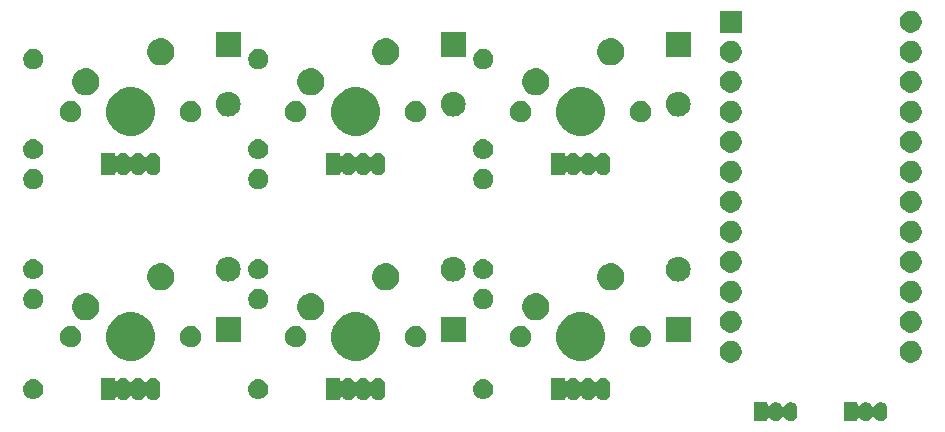
<source format=gbs>
G04 #@! TF.GenerationSoftware,KiCad,Pcbnew,(5.1.4)-1*
G04 #@! TF.CreationDate,2019-10-31T20:11:05+00:00*
G04 #@! TF.ProjectId,rgb,7267622e-6b69-4636-9164-5f7063625858,rev?*
G04 #@! TF.SameCoordinates,Original*
G04 #@! TF.FileFunction,Soldermask,Bot*
G04 #@! TF.FilePolarity,Negative*
%FSLAX46Y46*%
G04 Gerber Fmt 4.6, Leading zero omitted, Abs format (unit mm)*
G04 Created by KiCad (PCBNEW (5.1.4)-1) date 2019-10-31 20:11:05*
%MOMM*%
%LPD*%
G04 APERTURE LIST*
%ADD10C,0.100000*%
G04 APERTURE END LIST*
D10*
G36*
X101712915Y-95727334D02*
G01*
X101821491Y-95760271D01*
X101821494Y-95760272D01*
X101857600Y-95779571D01*
X101921556Y-95813756D01*
X102009264Y-95885736D01*
X102081244Y-95973443D01*
X102115429Y-96037399D01*
X102134728Y-96073505D01*
X102134729Y-96073508D01*
X102167666Y-96182084D01*
X102176000Y-96266702D01*
X102176000Y-96773297D01*
X102167666Y-96857916D01*
X102135252Y-96964767D01*
X102134728Y-96966495D01*
X102124761Y-96985141D01*
X102081244Y-97066557D01*
X102009264Y-97154264D01*
X101921557Y-97226244D01*
X101857601Y-97260429D01*
X101821495Y-97279728D01*
X101821492Y-97279729D01*
X101712916Y-97312666D01*
X101600000Y-97323787D01*
X101487085Y-97312666D01*
X101378509Y-97279729D01*
X101378506Y-97279728D01*
X101342400Y-97260429D01*
X101278444Y-97226244D01*
X101190737Y-97154264D01*
X101118757Y-97066557D01*
X101075239Y-96985141D01*
X101061625Y-96964766D01*
X101044298Y-96947439D01*
X101023924Y-96933826D01*
X101001285Y-96924448D01*
X100977252Y-96919668D01*
X100952748Y-96919668D01*
X100928715Y-96924448D01*
X100906076Y-96933826D01*
X100885701Y-96947440D01*
X100868374Y-96964767D01*
X100854761Y-96985141D01*
X100811244Y-97066557D01*
X100739264Y-97154264D01*
X100651557Y-97226244D01*
X100587601Y-97260429D01*
X100551495Y-97279728D01*
X100551492Y-97279729D01*
X100442916Y-97312666D01*
X100330000Y-97323787D01*
X100217085Y-97312666D01*
X100108509Y-97279729D01*
X100108506Y-97279728D01*
X100072400Y-97260429D01*
X100008444Y-97226244D01*
X99920737Y-97154264D01*
X99857622Y-97077359D01*
X99840297Y-97060034D01*
X99819923Y-97046420D01*
X99797284Y-97037043D01*
X99773250Y-97032263D01*
X99748746Y-97032263D01*
X99724713Y-97037044D01*
X99702074Y-97046421D01*
X99681700Y-97060035D01*
X99664373Y-97077362D01*
X99650759Y-97097736D01*
X99641382Y-97120375D01*
X99636000Y-97156660D01*
X99636000Y-97321000D01*
X98484000Y-97321000D01*
X98484000Y-95719000D01*
X99636000Y-95719000D01*
X99636000Y-95883341D01*
X99638402Y-95907727D01*
X99645515Y-95931176D01*
X99657066Y-95952787D01*
X99672611Y-95971729D01*
X99691553Y-95987274D01*
X99713164Y-95998825D01*
X99736613Y-96005938D01*
X99760999Y-96008340D01*
X99785385Y-96005938D01*
X99808834Y-95998825D01*
X99830445Y-95987274D01*
X99849387Y-95971729D01*
X99857608Y-95962657D01*
X99920736Y-95885736D01*
X100008443Y-95813756D01*
X100072399Y-95779571D01*
X100108505Y-95760272D01*
X100108508Y-95760271D01*
X100217084Y-95727334D01*
X100330000Y-95716213D01*
X100442915Y-95727334D01*
X100551491Y-95760271D01*
X100551494Y-95760272D01*
X100587600Y-95779571D01*
X100651556Y-95813756D01*
X100739264Y-95885736D01*
X100811244Y-95973443D01*
X100854761Y-96054859D01*
X100868375Y-96075234D01*
X100885702Y-96092561D01*
X100906076Y-96106174D01*
X100928715Y-96115552D01*
X100952748Y-96120332D01*
X100977252Y-96120332D01*
X101001285Y-96115552D01*
X101023924Y-96106174D01*
X101044299Y-96092560D01*
X101061626Y-96075233D01*
X101075239Y-96054860D01*
X101118756Y-95973444D01*
X101190736Y-95885736D01*
X101278443Y-95813756D01*
X101342399Y-95779571D01*
X101378505Y-95760272D01*
X101378508Y-95760271D01*
X101487084Y-95727334D01*
X101600000Y-95716213D01*
X101712915Y-95727334D01*
X101712915Y-95727334D01*
G37*
G36*
X109332915Y-95727334D02*
G01*
X109441491Y-95760271D01*
X109441494Y-95760272D01*
X109477600Y-95779571D01*
X109541556Y-95813756D01*
X109629264Y-95885736D01*
X109701244Y-95973443D01*
X109735429Y-96037399D01*
X109754728Y-96073505D01*
X109754729Y-96073508D01*
X109787666Y-96182084D01*
X109796000Y-96266702D01*
X109796000Y-96773297D01*
X109787666Y-96857916D01*
X109755252Y-96964767D01*
X109754728Y-96966495D01*
X109744761Y-96985141D01*
X109701244Y-97066557D01*
X109629264Y-97154264D01*
X109541557Y-97226244D01*
X109477601Y-97260429D01*
X109441495Y-97279728D01*
X109441492Y-97279729D01*
X109332916Y-97312666D01*
X109220000Y-97323787D01*
X109107085Y-97312666D01*
X108998509Y-97279729D01*
X108998506Y-97279728D01*
X108962400Y-97260429D01*
X108898444Y-97226244D01*
X108810737Y-97154264D01*
X108738757Y-97066557D01*
X108695239Y-96985141D01*
X108681625Y-96964766D01*
X108664298Y-96947439D01*
X108643924Y-96933826D01*
X108621285Y-96924448D01*
X108597252Y-96919668D01*
X108572748Y-96919668D01*
X108548715Y-96924448D01*
X108526076Y-96933826D01*
X108505701Y-96947440D01*
X108488374Y-96964767D01*
X108474761Y-96985141D01*
X108431244Y-97066557D01*
X108359264Y-97154264D01*
X108271557Y-97226244D01*
X108207601Y-97260429D01*
X108171495Y-97279728D01*
X108171492Y-97279729D01*
X108062916Y-97312666D01*
X107950000Y-97323787D01*
X107837085Y-97312666D01*
X107728509Y-97279729D01*
X107728506Y-97279728D01*
X107692400Y-97260429D01*
X107628444Y-97226244D01*
X107540737Y-97154264D01*
X107477622Y-97077359D01*
X107460297Y-97060034D01*
X107439923Y-97046420D01*
X107417284Y-97037043D01*
X107393250Y-97032263D01*
X107368746Y-97032263D01*
X107344713Y-97037044D01*
X107322074Y-97046421D01*
X107301700Y-97060035D01*
X107284373Y-97077362D01*
X107270759Y-97097736D01*
X107261382Y-97120375D01*
X107256000Y-97156660D01*
X107256000Y-97321000D01*
X106104000Y-97321000D01*
X106104000Y-95719000D01*
X107256000Y-95719000D01*
X107256000Y-95883341D01*
X107258402Y-95907727D01*
X107265515Y-95931176D01*
X107277066Y-95952787D01*
X107292611Y-95971729D01*
X107311553Y-95987274D01*
X107333164Y-95998825D01*
X107356613Y-96005938D01*
X107380999Y-96008340D01*
X107405385Y-96005938D01*
X107428834Y-95998825D01*
X107450445Y-95987274D01*
X107469387Y-95971729D01*
X107477608Y-95962657D01*
X107540736Y-95885736D01*
X107628443Y-95813756D01*
X107692399Y-95779571D01*
X107728505Y-95760272D01*
X107728508Y-95760271D01*
X107837084Y-95727334D01*
X107950000Y-95716213D01*
X108062915Y-95727334D01*
X108171491Y-95760271D01*
X108171494Y-95760272D01*
X108207600Y-95779571D01*
X108271556Y-95813756D01*
X108359264Y-95885736D01*
X108431244Y-95973443D01*
X108474761Y-96054859D01*
X108488375Y-96075234D01*
X108505702Y-96092561D01*
X108526076Y-96106174D01*
X108548715Y-96115552D01*
X108572748Y-96120332D01*
X108597252Y-96120332D01*
X108621285Y-96115552D01*
X108643924Y-96106174D01*
X108664299Y-96092560D01*
X108681626Y-96075233D01*
X108695239Y-96054860D01*
X108738756Y-95973444D01*
X108810736Y-95885736D01*
X108898443Y-95813756D01*
X108962399Y-95779571D01*
X108998505Y-95760272D01*
X108998508Y-95760271D01*
X109107084Y-95727334D01*
X109220000Y-95716213D01*
X109332915Y-95727334D01*
X109332915Y-95727334D01*
G37*
G36*
X85839875Y-93672479D02*
G01*
X85913516Y-93694818D01*
X85950337Y-93705987D01*
X86052139Y-93760402D01*
X86109227Y-93807253D01*
X86141369Y-93833631D01*
X86214598Y-93922861D01*
X86214599Y-93922863D01*
X86269013Y-94024662D01*
X86269524Y-94026347D01*
X86302521Y-94135124D01*
X86311000Y-94221215D01*
X86311000Y-95008785D01*
X86302521Y-95094876D01*
X86280182Y-95168517D01*
X86269013Y-95205338D01*
X86214598Y-95307140D01*
X86141370Y-95396370D01*
X86052140Y-95469598D01*
X85950338Y-95524013D01*
X85913517Y-95535182D01*
X85839876Y-95557521D01*
X85725000Y-95568835D01*
X85610125Y-95557521D01*
X85536484Y-95535182D01*
X85499663Y-95524013D01*
X85397861Y-95469598D01*
X85308631Y-95396370D01*
X85235402Y-95307138D01*
X85200240Y-95241355D01*
X85186627Y-95220980D01*
X85169300Y-95203653D01*
X85148925Y-95190040D01*
X85126286Y-95180662D01*
X85102253Y-95175882D01*
X85077749Y-95175882D01*
X85053716Y-95180662D01*
X85031077Y-95190040D01*
X85010702Y-95203653D01*
X84993375Y-95220980D01*
X84979762Y-95241354D01*
X84944598Y-95307140D01*
X84871370Y-95396370D01*
X84782140Y-95469598D01*
X84680338Y-95524013D01*
X84643517Y-95535182D01*
X84569876Y-95557521D01*
X84455000Y-95568835D01*
X84340125Y-95557521D01*
X84266484Y-95535182D01*
X84229663Y-95524013D01*
X84127861Y-95469598D01*
X84038631Y-95396370D01*
X83965402Y-95307138D01*
X83930240Y-95241355D01*
X83916627Y-95220980D01*
X83899300Y-95203653D01*
X83878925Y-95190040D01*
X83856286Y-95180662D01*
X83832253Y-95175882D01*
X83807749Y-95175882D01*
X83783716Y-95180662D01*
X83761077Y-95190040D01*
X83740702Y-95203653D01*
X83723375Y-95220980D01*
X83709762Y-95241354D01*
X83674598Y-95307140D01*
X83601370Y-95396370D01*
X83512140Y-95469598D01*
X83410338Y-95524013D01*
X83373517Y-95535182D01*
X83299876Y-95557521D01*
X83185000Y-95568835D01*
X83070125Y-95557521D01*
X82996484Y-95535182D01*
X82959663Y-95524013D01*
X82857861Y-95469598D01*
X82768631Y-95396370D01*
X82722625Y-95340310D01*
X82705298Y-95322983D01*
X82684924Y-95309369D01*
X82662285Y-95299992D01*
X82638252Y-95295211D01*
X82613748Y-95295211D01*
X82589714Y-95299991D01*
X82567076Y-95309368D01*
X82546701Y-95322982D01*
X82529374Y-95340309D01*
X82515760Y-95360683D01*
X82506383Y-95383322D01*
X82501602Y-95407355D01*
X82501000Y-95419608D01*
X82501000Y-95566000D01*
X81329000Y-95566000D01*
X81329000Y-93664000D01*
X82501000Y-93664000D01*
X82501000Y-93810392D01*
X82503402Y-93834778D01*
X82510515Y-93858227D01*
X82522066Y-93879838D01*
X82537611Y-93898780D01*
X82556553Y-93914325D01*
X82578164Y-93925876D01*
X82601613Y-93932989D01*
X82625999Y-93935391D01*
X82650385Y-93932989D01*
X82673834Y-93925876D01*
X82695445Y-93914325D01*
X82714387Y-93898780D01*
X82722625Y-93889690D01*
X82768629Y-93833634D01*
X82768631Y-93833631D01*
X82857861Y-93760402D01*
X82869507Y-93754177D01*
X82959662Y-93705987D01*
X82996483Y-93694818D01*
X83070124Y-93672479D01*
X83185000Y-93661165D01*
X83299875Y-93672479D01*
X83373516Y-93694818D01*
X83410337Y-93705987D01*
X83512139Y-93760402D01*
X83569227Y-93807253D01*
X83601369Y-93833631D01*
X83674598Y-93922861D01*
X83674601Y-93922865D01*
X83709761Y-93988645D01*
X83723374Y-94009020D01*
X83740701Y-94026347D01*
X83761076Y-94039960D01*
X83783715Y-94049338D01*
X83807748Y-94054118D01*
X83832252Y-94054118D01*
X83856285Y-94049338D01*
X83878924Y-94039960D01*
X83899299Y-94026347D01*
X83916626Y-94009020D01*
X83930239Y-93988646D01*
X83965402Y-93922861D01*
X84038629Y-93833634D01*
X84038631Y-93833631D01*
X84127861Y-93760402D01*
X84139507Y-93754177D01*
X84229662Y-93705987D01*
X84266483Y-93694818D01*
X84340124Y-93672479D01*
X84455000Y-93661165D01*
X84569875Y-93672479D01*
X84643516Y-93694818D01*
X84680337Y-93705987D01*
X84782139Y-93760402D01*
X84839227Y-93807253D01*
X84871369Y-93833631D01*
X84944598Y-93922861D01*
X84944601Y-93922865D01*
X84979761Y-93988645D01*
X84993374Y-94009020D01*
X85010701Y-94026347D01*
X85031076Y-94039960D01*
X85053715Y-94049338D01*
X85077748Y-94054118D01*
X85102252Y-94054118D01*
X85126285Y-94049338D01*
X85148924Y-94039960D01*
X85169299Y-94026347D01*
X85186626Y-94009020D01*
X85200239Y-93988646D01*
X85235402Y-93922861D01*
X85308629Y-93833634D01*
X85308631Y-93833631D01*
X85397861Y-93760402D01*
X85409507Y-93754177D01*
X85499662Y-93705987D01*
X85536483Y-93694818D01*
X85610124Y-93672479D01*
X85725000Y-93661165D01*
X85839875Y-93672479D01*
X85839875Y-93672479D01*
G37*
G36*
X66789875Y-93672479D02*
G01*
X66863516Y-93694818D01*
X66900337Y-93705987D01*
X67002139Y-93760402D01*
X67059227Y-93807253D01*
X67091369Y-93833631D01*
X67164598Y-93922861D01*
X67164599Y-93922863D01*
X67219013Y-94024662D01*
X67219524Y-94026347D01*
X67252521Y-94135124D01*
X67261000Y-94221215D01*
X67261000Y-95008785D01*
X67252521Y-95094876D01*
X67230182Y-95168517D01*
X67219013Y-95205338D01*
X67164598Y-95307140D01*
X67091370Y-95396370D01*
X67002140Y-95469598D01*
X66900338Y-95524013D01*
X66863517Y-95535182D01*
X66789876Y-95557521D01*
X66675000Y-95568835D01*
X66560125Y-95557521D01*
X66486484Y-95535182D01*
X66449663Y-95524013D01*
X66347861Y-95469598D01*
X66258631Y-95396370D01*
X66185403Y-95307140D01*
X66150239Y-95241354D01*
X66136625Y-95220979D01*
X66119298Y-95203653D01*
X66098923Y-95190039D01*
X66076284Y-95180662D01*
X66052251Y-95175882D01*
X66027747Y-95175882D01*
X66003713Y-95180663D01*
X65981075Y-95190040D01*
X65960700Y-95203654D01*
X65943374Y-95220981D01*
X65929761Y-95241355D01*
X65894599Y-95307138D01*
X65821370Y-95396370D01*
X65732140Y-95469598D01*
X65630338Y-95524013D01*
X65593517Y-95535182D01*
X65519876Y-95557521D01*
X65405000Y-95568835D01*
X65290125Y-95557521D01*
X65216484Y-95535182D01*
X65179663Y-95524013D01*
X65077861Y-95469598D01*
X64988631Y-95396370D01*
X64915403Y-95307140D01*
X64880239Y-95241354D01*
X64866625Y-95220979D01*
X64849298Y-95203653D01*
X64828923Y-95190039D01*
X64806284Y-95180662D01*
X64782251Y-95175882D01*
X64757747Y-95175882D01*
X64733713Y-95180663D01*
X64711075Y-95190040D01*
X64690700Y-95203654D01*
X64673374Y-95220981D01*
X64659761Y-95241355D01*
X64624599Y-95307138D01*
X64551370Y-95396370D01*
X64462140Y-95469598D01*
X64360338Y-95524013D01*
X64323517Y-95535182D01*
X64249876Y-95557521D01*
X64135000Y-95568835D01*
X64020125Y-95557521D01*
X63946484Y-95535182D01*
X63909663Y-95524013D01*
X63807861Y-95469598D01*
X63718631Y-95396370D01*
X63672625Y-95340310D01*
X63655298Y-95322983D01*
X63634924Y-95309369D01*
X63612285Y-95299992D01*
X63588252Y-95295211D01*
X63563748Y-95295211D01*
X63539714Y-95299991D01*
X63517076Y-95309368D01*
X63496701Y-95322982D01*
X63479374Y-95340309D01*
X63465760Y-95360683D01*
X63456383Y-95383322D01*
X63451602Y-95407355D01*
X63451000Y-95419608D01*
X63451000Y-95566000D01*
X62279000Y-95566000D01*
X62279000Y-93664000D01*
X63451000Y-93664000D01*
X63451000Y-93810392D01*
X63453402Y-93834778D01*
X63460515Y-93858227D01*
X63472066Y-93879838D01*
X63487611Y-93898780D01*
X63506553Y-93914325D01*
X63528164Y-93925876D01*
X63551613Y-93932989D01*
X63575999Y-93935391D01*
X63600385Y-93932989D01*
X63623834Y-93925876D01*
X63645445Y-93914325D01*
X63664387Y-93898780D01*
X63672625Y-93889690D01*
X63718629Y-93833634D01*
X63718631Y-93833631D01*
X63807861Y-93760402D01*
X63819507Y-93754177D01*
X63909662Y-93705987D01*
X63946483Y-93694818D01*
X64020124Y-93672479D01*
X64135000Y-93661165D01*
X64249875Y-93672479D01*
X64323516Y-93694818D01*
X64360337Y-93705987D01*
X64462139Y-93760402D01*
X64519227Y-93807253D01*
X64551369Y-93833631D01*
X64624598Y-93922861D01*
X64624601Y-93922865D01*
X64659761Y-93988645D01*
X64673374Y-94009020D01*
X64690701Y-94026347D01*
X64711076Y-94039960D01*
X64733715Y-94049338D01*
X64757748Y-94054118D01*
X64782252Y-94054118D01*
X64806285Y-94049338D01*
X64828924Y-94039960D01*
X64849299Y-94026347D01*
X64866626Y-94009020D01*
X64880239Y-93988646D01*
X64915402Y-93922861D01*
X64988629Y-93833634D01*
X64988631Y-93833631D01*
X65077861Y-93760402D01*
X65089507Y-93754177D01*
X65179662Y-93705987D01*
X65216483Y-93694818D01*
X65290124Y-93672479D01*
X65405000Y-93661165D01*
X65519875Y-93672479D01*
X65593516Y-93694818D01*
X65630337Y-93705987D01*
X65732139Y-93760402D01*
X65789227Y-93807253D01*
X65821369Y-93833631D01*
X65894598Y-93922861D01*
X65894601Y-93922865D01*
X65929761Y-93988645D01*
X65943374Y-94009020D01*
X65960701Y-94026347D01*
X65981076Y-94039960D01*
X66003715Y-94049338D01*
X66027748Y-94054118D01*
X66052252Y-94054118D01*
X66076285Y-94049338D01*
X66098924Y-94039960D01*
X66119299Y-94026347D01*
X66136626Y-94009020D01*
X66150239Y-93988646D01*
X66185402Y-93922861D01*
X66258629Y-93833634D01*
X66258631Y-93833631D01*
X66347861Y-93760402D01*
X66359507Y-93754177D01*
X66449662Y-93705987D01*
X66486483Y-93694818D01*
X66560124Y-93672479D01*
X66675000Y-93661165D01*
X66789875Y-93672479D01*
X66789875Y-93672479D01*
G37*
G36*
X47739875Y-93672479D02*
G01*
X47813516Y-93694818D01*
X47850337Y-93705987D01*
X47952139Y-93760402D01*
X48009227Y-93807253D01*
X48041369Y-93833631D01*
X48114598Y-93922861D01*
X48114599Y-93922863D01*
X48169013Y-94024662D01*
X48169524Y-94026347D01*
X48202521Y-94135124D01*
X48211000Y-94221215D01*
X48211000Y-95008785D01*
X48202521Y-95094876D01*
X48180182Y-95168517D01*
X48169013Y-95205338D01*
X48114598Y-95307140D01*
X48041370Y-95396370D01*
X47952140Y-95469598D01*
X47850338Y-95524013D01*
X47813517Y-95535182D01*
X47739876Y-95557521D01*
X47625000Y-95568835D01*
X47510125Y-95557521D01*
X47436484Y-95535182D01*
X47399663Y-95524013D01*
X47297861Y-95469598D01*
X47208631Y-95396370D01*
X47135403Y-95307140D01*
X47100239Y-95241354D01*
X47086625Y-95220979D01*
X47069298Y-95203653D01*
X47048923Y-95190039D01*
X47026284Y-95180662D01*
X47002251Y-95175882D01*
X46977747Y-95175882D01*
X46953713Y-95180663D01*
X46931075Y-95190040D01*
X46910700Y-95203654D01*
X46893374Y-95220981D01*
X46879761Y-95241355D01*
X46844599Y-95307138D01*
X46771370Y-95396370D01*
X46682140Y-95469598D01*
X46580338Y-95524013D01*
X46543517Y-95535182D01*
X46469876Y-95557521D01*
X46355000Y-95568835D01*
X46240125Y-95557521D01*
X46166484Y-95535182D01*
X46129663Y-95524013D01*
X46027861Y-95469598D01*
X45938631Y-95396370D01*
X45865403Y-95307140D01*
X45830239Y-95241354D01*
X45816625Y-95220979D01*
X45799298Y-95203653D01*
X45778923Y-95190039D01*
X45756284Y-95180662D01*
X45732251Y-95175882D01*
X45707747Y-95175882D01*
X45683713Y-95180663D01*
X45661075Y-95190040D01*
X45640700Y-95203654D01*
X45623374Y-95220981D01*
X45609761Y-95241355D01*
X45574599Y-95307138D01*
X45501370Y-95396370D01*
X45412140Y-95469598D01*
X45310338Y-95524013D01*
X45273517Y-95535182D01*
X45199876Y-95557521D01*
X45085000Y-95568835D01*
X44970125Y-95557521D01*
X44896484Y-95535182D01*
X44859663Y-95524013D01*
X44757861Y-95469598D01*
X44668631Y-95396370D01*
X44622625Y-95340310D01*
X44605298Y-95322983D01*
X44584924Y-95309369D01*
X44562285Y-95299992D01*
X44538252Y-95295211D01*
X44513748Y-95295211D01*
X44489714Y-95299991D01*
X44467076Y-95309368D01*
X44446701Y-95322982D01*
X44429374Y-95340309D01*
X44415760Y-95360683D01*
X44406383Y-95383322D01*
X44401602Y-95407355D01*
X44401000Y-95419608D01*
X44401000Y-95566000D01*
X43229000Y-95566000D01*
X43229000Y-93664000D01*
X44401000Y-93664000D01*
X44401000Y-93810392D01*
X44403402Y-93834778D01*
X44410515Y-93858227D01*
X44422066Y-93879838D01*
X44437611Y-93898780D01*
X44456553Y-93914325D01*
X44478164Y-93925876D01*
X44501613Y-93932989D01*
X44525999Y-93935391D01*
X44550385Y-93932989D01*
X44573834Y-93925876D01*
X44595445Y-93914325D01*
X44614387Y-93898780D01*
X44622625Y-93889690D01*
X44668629Y-93833634D01*
X44668631Y-93833631D01*
X44757861Y-93760402D01*
X44769507Y-93754177D01*
X44859662Y-93705987D01*
X44896483Y-93694818D01*
X44970124Y-93672479D01*
X45085000Y-93661165D01*
X45199875Y-93672479D01*
X45273516Y-93694818D01*
X45310337Y-93705987D01*
X45412139Y-93760402D01*
X45469227Y-93807253D01*
X45501369Y-93833631D01*
X45574598Y-93922861D01*
X45574601Y-93922865D01*
X45609761Y-93988645D01*
X45623374Y-94009020D01*
X45640701Y-94026347D01*
X45661076Y-94039960D01*
X45683715Y-94049338D01*
X45707748Y-94054118D01*
X45732252Y-94054118D01*
X45756285Y-94049338D01*
X45778924Y-94039960D01*
X45799299Y-94026347D01*
X45816626Y-94009020D01*
X45830239Y-93988646D01*
X45865402Y-93922861D01*
X45938629Y-93833634D01*
X45938631Y-93833631D01*
X46027861Y-93760402D01*
X46039507Y-93754177D01*
X46129662Y-93705987D01*
X46166483Y-93694818D01*
X46240124Y-93672479D01*
X46355000Y-93661165D01*
X46469875Y-93672479D01*
X46543516Y-93694818D01*
X46580337Y-93705987D01*
X46682139Y-93760402D01*
X46739227Y-93807253D01*
X46771369Y-93833631D01*
X46844598Y-93922861D01*
X46844601Y-93922865D01*
X46879761Y-93988645D01*
X46893374Y-94009020D01*
X46910701Y-94026347D01*
X46931076Y-94039960D01*
X46953715Y-94049338D01*
X46977748Y-94054118D01*
X47002252Y-94054118D01*
X47026285Y-94049338D01*
X47048924Y-94039960D01*
X47069299Y-94026347D01*
X47086626Y-94009020D01*
X47100239Y-93988646D01*
X47135402Y-93922861D01*
X47208629Y-93833634D01*
X47208631Y-93833631D01*
X47297861Y-93760402D01*
X47309507Y-93754177D01*
X47399662Y-93705987D01*
X47436483Y-93694818D01*
X47510124Y-93672479D01*
X47625000Y-93661165D01*
X47739875Y-93672479D01*
X47739875Y-93672479D01*
G37*
G36*
X75731823Y-93776313D02*
G01*
X75892242Y-93824976D01*
X75954450Y-93858227D01*
X76040078Y-93903996D01*
X76169659Y-94010341D01*
X76276004Y-94139922D01*
X76276005Y-94139924D01*
X76355024Y-94287758D01*
X76403687Y-94448177D01*
X76420117Y-94615000D01*
X76403687Y-94781823D01*
X76355024Y-94942242D01*
X76319456Y-95008785D01*
X76276004Y-95090078D01*
X76169659Y-95219659D01*
X76040078Y-95326004D01*
X76040076Y-95326005D01*
X75892242Y-95405024D01*
X75731823Y-95453687D01*
X75606804Y-95466000D01*
X75523196Y-95466000D01*
X75398177Y-95453687D01*
X75237758Y-95405024D01*
X75089924Y-95326005D01*
X75089922Y-95326004D01*
X74960341Y-95219659D01*
X74853996Y-95090078D01*
X74810544Y-95008785D01*
X74774976Y-94942242D01*
X74726313Y-94781823D01*
X74709883Y-94615000D01*
X74726313Y-94448177D01*
X74774976Y-94287758D01*
X74853995Y-94139924D01*
X74853996Y-94139922D01*
X74960341Y-94010341D01*
X75089922Y-93903996D01*
X75175550Y-93858227D01*
X75237758Y-93824976D01*
X75398177Y-93776313D01*
X75523196Y-93764000D01*
X75606804Y-93764000D01*
X75731823Y-93776313D01*
X75731823Y-93776313D01*
G37*
G36*
X37631823Y-93776313D02*
G01*
X37792242Y-93824976D01*
X37854450Y-93858227D01*
X37940078Y-93903996D01*
X38069659Y-94010341D01*
X38176004Y-94139922D01*
X38176005Y-94139924D01*
X38255024Y-94287758D01*
X38303687Y-94448177D01*
X38320117Y-94615000D01*
X38303687Y-94781823D01*
X38255024Y-94942242D01*
X38219456Y-95008785D01*
X38176004Y-95090078D01*
X38069659Y-95219659D01*
X37940078Y-95326004D01*
X37940076Y-95326005D01*
X37792242Y-95405024D01*
X37631823Y-95453687D01*
X37506804Y-95466000D01*
X37423196Y-95466000D01*
X37298177Y-95453687D01*
X37137758Y-95405024D01*
X36989924Y-95326005D01*
X36989922Y-95326004D01*
X36860341Y-95219659D01*
X36753996Y-95090078D01*
X36710544Y-95008785D01*
X36674976Y-94942242D01*
X36626313Y-94781823D01*
X36609883Y-94615000D01*
X36626313Y-94448177D01*
X36674976Y-94287758D01*
X36753995Y-94139924D01*
X36753996Y-94139922D01*
X36860341Y-94010341D01*
X36989922Y-93903996D01*
X37075550Y-93858227D01*
X37137758Y-93824976D01*
X37298177Y-93776313D01*
X37423196Y-93764000D01*
X37506804Y-93764000D01*
X37631823Y-93776313D01*
X37631823Y-93776313D01*
G37*
G36*
X56681823Y-93776313D02*
G01*
X56842242Y-93824976D01*
X56904450Y-93858227D01*
X56990078Y-93903996D01*
X57119659Y-94010341D01*
X57226004Y-94139922D01*
X57226005Y-94139924D01*
X57305024Y-94287758D01*
X57353687Y-94448177D01*
X57370117Y-94615000D01*
X57353687Y-94781823D01*
X57305024Y-94942242D01*
X57269456Y-95008785D01*
X57226004Y-95090078D01*
X57119659Y-95219659D01*
X56990078Y-95326004D01*
X56990076Y-95326005D01*
X56842242Y-95405024D01*
X56681823Y-95453687D01*
X56556804Y-95466000D01*
X56473196Y-95466000D01*
X56348177Y-95453687D01*
X56187758Y-95405024D01*
X56039924Y-95326005D01*
X56039922Y-95326004D01*
X55910341Y-95219659D01*
X55803996Y-95090078D01*
X55760544Y-95008785D01*
X55724976Y-94942242D01*
X55676313Y-94781823D01*
X55659883Y-94615000D01*
X55676313Y-94448177D01*
X55724976Y-94287758D01*
X55803995Y-94139924D01*
X55803996Y-94139922D01*
X55910341Y-94010341D01*
X56039922Y-93903996D01*
X56125550Y-93858227D01*
X56187758Y-93824976D01*
X56348177Y-93776313D01*
X56473196Y-93764000D01*
X56556804Y-93764000D01*
X56681823Y-93776313D01*
X56681823Y-93776313D01*
G37*
G36*
X112030483Y-90548335D02*
G01*
X112199240Y-90618236D01*
X112351118Y-90719718D01*
X112480282Y-90848882D01*
X112581764Y-91000760D01*
X112651665Y-91169517D01*
X112687300Y-91348668D01*
X112687300Y-91531332D01*
X112651665Y-91710483D01*
X112581764Y-91879240D01*
X112480282Y-92031118D01*
X112351118Y-92160282D01*
X112199240Y-92261764D01*
X112030483Y-92331665D01*
X111851332Y-92367300D01*
X111668668Y-92367300D01*
X111489517Y-92331665D01*
X111320760Y-92261764D01*
X111168882Y-92160282D01*
X111039718Y-92031118D01*
X110938236Y-91879240D01*
X110868335Y-91710483D01*
X110832700Y-91531332D01*
X110832700Y-91348668D01*
X110868335Y-91169517D01*
X110938236Y-91000760D01*
X111039718Y-90848882D01*
X111168882Y-90719718D01*
X111320760Y-90618236D01*
X111489517Y-90548335D01*
X111668668Y-90512700D01*
X111851332Y-90512700D01*
X112030483Y-90548335D01*
X112030483Y-90548335D01*
G37*
G36*
X96790483Y-90548335D02*
G01*
X96959240Y-90618236D01*
X97111118Y-90719718D01*
X97240282Y-90848882D01*
X97341764Y-91000760D01*
X97411665Y-91169517D01*
X97447300Y-91348668D01*
X97447300Y-91531332D01*
X97411665Y-91710483D01*
X97341764Y-91879240D01*
X97240282Y-92031118D01*
X97111118Y-92160282D01*
X96959240Y-92261764D01*
X96790483Y-92331665D01*
X96611332Y-92367300D01*
X96428668Y-92367300D01*
X96249517Y-92331665D01*
X96080760Y-92261764D01*
X95928882Y-92160282D01*
X95799718Y-92031118D01*
X95698236Y-91879240D01*
X95628335Y-91710483D01*
X95592700Y-91531332D01*
X95592700Y-91348668D01*
X95628335Y-91169517D01*
X95698236Y-91000760D01*
X95799718Y-90848882D01*
X95928882Y-90719718D01*
X96080760Y-90618236D01*
X96249517Y-90548335D01*
X96428668Y-90512700D01*
X96611332Y-90512700D01*
X96790483Y-90548335D01*
X96790483Y-90548335D01*
G37*
G36*
X65368254Y-88197818D02*
G01*
X65636386Y-88308882D01*
X65741513Y-88352427D01*
X66077436Y-88576884D01*
X66363116Y-88862564D01*
X66449156Y-88991331D01*
X66587574Y-89198489D01*
X66742182Y-89571746D01*
X66821000Y-89967993D01*
X66821000Y-90372007D01*
X66742182Y-90768254D01*
X66587574Y-91141511D01*
X66587573Y-91141513D01*
X66363116Y-91477436D01*
X66077436Y-91763116D01*
X65741513Y-91987573D01*
X65741512Y-91987574D01*
X65741511Y-91987574D01*
X65368254Y-92142182D01*
X64972007Y-92221000D01*
X64567993Y-92221000D01*
X64171746Y-92142182D01*
X63798489Y-91987574D01*
X63798488Y-91987574D01*
X63798487Y-91987573D01*
X63462564Y-91763116D01*
X63176884Y-91477436D01*
X62952427Y-91141513D01*
X62952426Y-91141511D01*
X62797818Y-90768254D01*
X62719000Y-90372007D01*
X62719000Y-89967993D01*
X62797818Y-89571746D01*
X62952426Y-89198489D01*
X63090845Y-88991331D01*
X63176884Y-88862564D01*
X63462564Y-88576884D01*
X63798487Y-88352427D01*
X63903614Y-88308882D01*
X64171746Y-88197818D01*
X64567993Y-88119000D01*
X64972007Y-88119000D01*
X65368254Y-88197818D01*
X65368254Y-88197818D01*
G37*
G36*
X46318254Y-88197818D02*
G01*
X46586386Y-88308882D01*
X46691513Y-88352427D01*
X47027436Y-88576884D01*
X47313116Y-88862564D01*
X47399156Y-88991331D01*
X47537574Y-89198489D01*
X47692182Y-89571746D01*
X47771000Y-89967993D01*
X47771000Y-90372007D01*
X47692182Y-90768254D01*
X47537574Y-91141511D01*
X47537573Y-91141513D01*
X47313116Y-91477436D01*
X47027436Y-91763116D01*
X46691513Y-91987573D01*
X46691512Y-91987574D01*
X46691511Y-91987574D01*
X46318254Y-92142182D01*
X45922007Y-92221000D01*
X45517993Y-92221000D01*
X45121746Y-92142182D01*
X44748489Y-91987574D01*
X44748488Y-91987574D01*
X44748487Y-91987573D01*
X44412564Y-91763116D01*
X44126884Y-91477436D01*
X43902427Y-91141513D01*
X43902426Y-91141511D01*
X43747818Y-90768254D01*
X43669000Y-90372007D01*
X43669000Y-89967993D01*
X43747818Y-89571746D01*
X43902426Y-89198489D01*
X44040845Y-88991331D01*
X44126884Y-88862564D01*
X44412564Y-88576884D01*
X44748487Y-88352427D01*
X44853614Y-88308882D01*
X45121746Y-88197818D01*
X45517993Y-88119000D01*
X45922007Y-88119000D01*
X46318254Y-88197818D01*
X46318254Y-88197818D01*
G37*
G36*
X84418254Y-88197818D02*
G01*
X84686386Y-88308882D01*
X84791513Y-88352427D01*
X85127436Y-88576884D01*
X85413116Y-88862564D01*
X85499156Y-88991331D01*
X85637574Y-89198489D01*
X85792182Y-89571746D01*
X85871000Y-89967993D01*
X85871000Y-90372007D01*
X85792182Y-90768254D01*
X85637574Y-91141511D01*
X85637573Y-91141513D01*
X85413116Y-91477436D01*
X85127436Y-91763116D01*
X84791513Y-91987573D01*
X84791512Y-91987574D01*
X84791511Y-91987574D01*
X84418254Y-92142182D01*
X84022007Y-92221000D01*
X83617993Y-92221000D01*
X83221746Y-92142182D01*
X82848489Y-91987574D01*
X82848488Y-91987574D01*
X82848487Y-91987573D01*
X82512564Y-91763116D01*
X82226884Y-91477436D01*
X82002427Y-91141513D01*
X82002426Y-91141511D01*
X81847818Y-90768254D01*
X81769000Y-90372007D01*
X81769000Y-89967993D01*
X81847818Y-89571746D01*
X82002426Y-89198489D01*
X82140845Y-88991331D01*
X82226884Y-88862564D01*
X82512564Y-88576884D01*
X82848487Y-88352427D01*
X82953614Y-88308882D01*
X83221746Y-88197818D01*
X83617993Y-88119000D01*
X84022007Y-88119000D01*
X84418254Y-88197818D01*
X84418254Y-88197818D01*
G37*
G36*
X40753512Y-89273927D02*
G01*
X40902812Y-89303624D01*
X41066784Y-89371544D01*
X41214354Y-89470147D01*
X41339853Y-89595646D01*
X41438456Y-89743216D01*
X41506376Y-89907188D01*
X41541000Y-90081259D01*
X41541000Y-90258741D01*
X41506376Y-90432812D01*
X41438456Y-90596784D01*
X41339853Y-90744354D01*
X41214354Y-90869853D01*
X41066784Y-90968456D01*
X40902812Y-91036376D01*
X40753512Y-91066073D01*
X40728742Y-91071000D01*
X40551258Y-91071000D01*
X40526488Y-91066073D01*
X40377188Y-91036376D01*
X40213216Y-90968456D01*
X40065646Y-90869853D01*
X39940147Y-90744354D01*
X39841544Y-90596784D01*
X39773624Y-90432812D01*
X39739000Y-90258741D01*
X39739000Y-90081259D01*
X39773624Y-89907188D01*
X39841544Y-89743216D01*
X39940147Y-89595646D01*
X40065646Y-89470147D01*
X40213216Y-89371544D01*
X40377188Y-89303624D01*
X40526488Y-89273927D01*
X40551258Y-89269000D01*
X40728742Y-89269000D01*
X40753512Y-89273927D01*
X40753512Y-89273927D01*
G37*
G36*
X50913512Y-89273927D02*
G01*
X51062812Y-89303624D01*
X51226784Y-89371544D01*
X51374354Y-89470147D01*
X51499853Y-89595646D01*
X51598456Y-89743216D01*
X51666376Y-89907188D01*
X51701000Y-90081259D01*
X51701000Y-90258741D01*
X51666376Y-90432812D01*
X51598456Y-90596784D01*
X51499853Y-90744354D01*
X51374354Y-90869853D01*
X51226784Y-90968456D01*
X51062812Y-91036376D01*
X50913512Y-91066073D01*
X50888742Y-91071000D01*
X50711258Y-91071000D01*
X50686488Y-91066073D01*
X50537188Y-91036376D01*
X50373216Y-90968456D01*
X50225646Y-90869853D01*
X50100147Y-90744354D01*
X50001544Y-90596784D01*
X49933624Y-90432812D01*
X49899000Y-90258741D01*
X49899000Y-90081259D01*
X49933624Y-89907188D01*
X50001544Y-89743216D01*
X50100147Y-89595646D01*
X50225646Y-89470147D01*
X50373216Y-89371544D01*
X50537188Y-89303624D01*
X50686488Y-89273927D01*
X50711258Y-89269000D01*
X50888742Y-89269000D01*
X50913512Y-89273927D01*
X50913512Y-89273927D01*
G37*
G36*
X59803512Y-89273927D02*
G01*
X59952812Y-89303624D01*
X60116784Y-89371544D01*
X60264354Y-89470147D01*
X60389853Y-89595646D01*
X60488456Y-89743216D01*
X60556376Y-89907188D01*
X60591000Y-90081259D01*
X60591000Y-90258741D01*
X60556376Y-90432812D01*
X60488456Y-90596784D01*
X60389853Y-90744354D01*
X60264354Y-90869853D01*
X60116784Y-90968456D01*
X59952812Y-91036376D01*
X59803512Y-91066073D01*
X59778742Y-91071000D01*
X59601258Y-91071000D01*
X59576488Y-91066073D01*
X59427188Y-91036376D01*
X59263216Y-90968456D01*
X59115646Y-90869853D01*
X58990147Y-90744354D01*
X58891544Y-90596784D01*
X58823624Y-90432812D01*
X58789000Y-90258741D01*
X58789000Y-90081259D01*
X58823624Y-89907188D01*
X58891544Y-89743216D01*
X58990147Y-89595646D01*
X59115646Y-89470147D01*
X59263216Y-89371544D01*
X59427188Y-89303624D01*
X59576488Y-89273927D01*
X59601258Y-89269000D01*
X59778742Y-89269000D01*
X59803512Y-89273927D01*
X59803512Y-89273927D01*
G37*
G36*
X69963512Y-89273927D02*
G01*
X70112812Y-89303624D01*
X70276784Y-89371544D01*
X70424354Y-89470147D01*
X70549853Y-89595646D01*
X70648456Y-89743216D01*
X70716376Y-89907188D01*
X70751000Y-90081259D01*
X70751000Y-90258741D01*
X70716376Y-90432812D01*
X70648456Y-90596784D01*
X70549853Y-90744354D01*
X70424354Y-90869853D01*
X70276784Y-90968456D01*
X70112812Y-91036376D01*
X69963512Y-91066073D01*
X69938742Y-91071000D01*
X69761258Y-91071000D01*
X69736488Y-91066073D01*
X69587188Y-91036376D01*
X69423216Y-90968456D01*
X69275646Y-90869853D01*
X69150147Y-90744354D01*
X69051544Y-90596784D01*
X68983624Y-90432812D01*
X68949000Y-90258741D01*
X68949000Y-90081259D01*
X68983624Y-89907188D01*
X69051544Y-89743216D01*
X69150147Y-89595646D01*
X69275646Y-89470147D01*
X69423216Y-89371544D01*
X69587188Y-89303624D01*
X69736488Y-89273927D01*
X69761258Y-89269000D01*
X69938742Y-89269000D01*
X69963512Y-89273927D01*
X69963512Y-89273927D01*
G37*
G36*
X78853512Y-89273927D02*
G01*
X79002812Y-89303624D01*
X79166784Y-89371544D01*
X79314354Y-89470147D01*
X79439853Y-89595646D01*
X79538456Y-89743216D01*
X79606376Y-89907188D01*
X79641000Y-90081259D01*
X79641000Y-90258741D01*
X79606376Y-90432812D01*
X79538456Y-90596784D01*
X79439853Y-90744354D01*
X79314354Y-90869853D01*
X79166784Y-90968456D01*
X79002812Y-91036376D01*
X78853512Y-91066073D01*
X78828742Y-91071000D01*
X78651258Y-91071000D01*
X78626488Y-91066073D01*
X78477188Y-91036376D01*
X78313216Y-90968456D01*
X78165646Y-90869853D01*
X78040147Y-90744354D01*
X77941544Y-90596784D01*
X77873624Y-90432812D01*
X77839000Y-90258741D01*
X77839000Y-90081259D01*
X77873624Y-89907188D01*
X77941544Y-89743216D01*
X78040147Y-89595646D01*
X78165646Y-89470147D01*
X78313216Y-89371544D01*
X78477188Y-89303624D01*
X78626488Y-89273927D01*
X78651258Y-89269000D01*
X78828742Y-89269000D01*
X78853512Y-89273927D01*
X78853512Y-89273927D01*
G37*
G36*
X89013512Y-89273927D02*
G01*
X89162812Y-89303624D01*
X89326784Y-89371544D01*
X89474354Y-89470147D01*
X89599853Y-89595646D01*
X89698456Y-89743216D01*
X89766376Y-89907188D01*
X89801000Y-90081259D01*
X89801000Y-90258741D01*
X89766376Y-90432812D01*
X89698456Y-90596784D01*
X89599853Y-90744354D01*
X89474354Y-90869853D01*
X89326784Y-90968456D01*
X89162812Y-91036376D01*
X89013512Y-91066073D01*
X88988742Y-91071000D01*
X88811258Y-91071000D01*
X88786488Y-91066073D01*
X88637188Y-91036376D01*
X88473216Y-90968456D01*
X88325646Y-90869853D01*
X88200147Y-90744354D01*
X88101544Y-90596784D01*
X88033624Y-90432812D01*
X87999000Y-90258741D01*
X87999000Y-90081259D01*
X88033624Y-89907188D01*
X88101544Y-89743216D01*
X88200147Y-89595646D01*
X88325646Y-89470147D01*
X88473216Y-89371544D01*
X88637188Y-89303624D01*
X88786488Y-89273927D01*
X88811258Y-89269000D01*
X88988742Y-89269000D01*
X89013512Y-89273927D01*
X89013512Y-89273927D01*
G37*
G36*
X93126000Y-90586000D02*
G01*
X91024000Y-90586000D01*
X91024000Y-88484000D01*
X93126000Y-88484000D01*
X93126000Y-90586000D01*
X93126000Y-90586000D01*
G37*
G36*
X55026000Y-90586000D02*
G01*
X52924000Y-90586000D01*
X52924000Y-88484000D01*
X55026000Y-88484000D01*
X55026000Y-90586000D01*
X55026000Y-90586000D01*
G37*
G36*
X74076000Y-90586000D02*
G01*
X71974000Y-90586000D01*
X71974000Y-88484000D01*
X74076000Y-88484000D01*
X74076000Y-90586000D01*
X74076000Y-90586000D01*
G37*
G36*
X112030483Y-88008335D02*
G01*
X112199240Y-88078236D01*
X112351118Y-88179718D01*
X112480282Y-88308882D01*
X112581764Y-88460760D01*
X112651665Y-88629517D01*
X112687300Y-88808668D01*
X112687300Y-88991332D01*
X112651665Y-89170483D01*
X112581764Y-89339240D01*
X112480282Y-89491118D01*
X112351118Y-89620282D01*
X112199240Y-89721764D01*
X112030483Y-89791665D01*
X111851332Y-89827300D01*
X111668668Y-89827300D01*
X111489517Y-89791665D01*
X111320760Y-89721764D01*
X111168882Y-89620282D01*
X111039718Y-89491118D01*
X110938236Y-89339240D01*
X110868335Y-89170483D01*
X110832700Y-88991332D01*
X110832700Y-88808668D01*
X110868335Y-88629517D01*
X110938236Y-88460760D01*
X111039718Y-88308882D01*
X111168882Y-88179718D01*
X111320760Y-88078236D01*
X111489517Y-88008335D01*
X111668668Y-87972700D01*
X111851332Y-87972700D01*
X112030483Y-88008335D01*
X112030483Y-88008335D01*
G37*
G36*
X96790483Y-88008335D02*
G01*
X96959240Y-88078236D01*
X97111118Y-88179718D01*
X97240282Y-88308882D01*
X97341764Y-88460760D01*
X97411665Y-88629517D01*
X97447300Y-88808668D01*
X97447300Y-88991332D01*
X97411665Y-89170483D01*
X97341764Y-89339240D01*
X97240282Y-89491118D01*
X97111118Y-89620282D01*
X96959240Y-89721764D01*
X96790483Y-89791665D01*
X96611332Y-89827300D01*
X96428668Y-89827300D01*
X96249517Y-89791665D01*
X96080760Y-89721764D01*
X95928882Y-89620282D01*
X95799718Y-89491118D01*
X95698236Y-89339240D01*
X95628335Y-89170483D01*
X95592700Y-88991332D01*
X95592700Y-88808668D01*
X95628335Y-88629517D01*
X95698236Y-88460760D01*
X95799718Y-88308882D01*
X95928882Y-88179718D01*
X96080760Y-88078236D01*
X96249517Y-88008335D01*
X96428668Y-87972700D01*
X96611332Y-87972700D01*
X96790483Y-88008335D01*
X96790483Y-88008335D01*
G37*
G36*
X80234549Y-86501116D02*
G01*
X80345734Y-86523232D01*
X80555203Y-86609997D01*
X80743720Y-86735960D01*
X80904040Y-86896280D01*
X81030003Y-87084797D01*
X81113883Y-87287300D01*
X81116768Y-87294267D01*
X81161000Y-87516635D01*
X81161000Y-87743365D01*
X81138884Y-87854549D01*
X81116768Y-87965734D01*
X81030003Y-88175203D01*
X80904040Y-88363720D01*
X80743720Y-88524040D01*
X80555203Y-88650003D01*
X80345734Y-88736768D01*
X80234549Y-88758884D01*
X80123365Y-88781000D01*
X79896635Y-88781000D01*
X79785451Y-88758884D01*
X79674266Y-88736768D01*
X79464797Y-88650003D01*
X79276280Y-88524040D01*
X79115960Y-88363720D01*
X78989997Y-88175203D01*
X78903232Y-87965734D01*
X78881116Y-87854549D01*
X78859000Y-87743365D01*
X78859000Y-87516635D01*
X78903232Y-87294267D01*
X78906118Y-87287300D01*
X78989997Y-87084797D01*
X79115960Y-86896280D01*
X79276280Y-86735960D01*
X79464797Y-86609997D01*
X79674266Y-86523232D01*
X79785451Y-86501116D01*
X79896635Y-86479000D01*
X80123365Y-86479000D01*
X80234549Y-86501116D01*
X80234549Y-86501116D01*
G37*
G36*
X42134549Y-86501116D02*
G01*
X42245734Y-86523232D01*
X42455203Y-86609997D01*
X42643720Y-86735960D01*
X42804040Y-86896280D01*
X42930003Y-87084797D01*
X43013883Y-87287300D01*
X43016768Y-87294267D01*
X43061000Y-87516635D01*
X43061000Y-87743365D01*
X43038884Y-87854549D01*
X43016768Y-87965734D01*
X42930003Y-88175203D01*
X42804040Y-88363720D01*
X42643720Y-88524040D01*
X42455203Y-88650003D01*
X42245734Y-88736768D01*
X42134549Y-88758884D01*
X42023365Y-88781000D01*
X41796635Y-88781000D01*
X41685451Y-88758884D01*
X41574266Y-88736768D01*
X41364797Y-88650003D01*
X41176280Y-88524040D01*
X41015960Y-88363720D01*
X40889997Y-88175203D01*
X40803232Y-87965734D01*
X40781116Y-87854549D01*
X40759000Y-87743365D01*
X40759000Y-87516635D01*
X40803232Y-87294267D01*
X40806118Y-87287300D01*
X40889997Y-87084797D01*
X41015960Y-86896280D01*
X41176280Y-86735960D01*
X41364797Y-86609997D01*
X41574266Y-86523232D01*
X41685451Y-86501116D01*
X41796635Y-86479000D01*
X42023365Y-86479000D01*
X42134549Y-86501116D01*
X42134549Y-86501116D01*
G37*
G36*
X61184549Y-86501116D02*
G01*
X61295734Y-86523232D01*
X61505203Y-86609997D01*
X61693720Y-86735960D01*
X61854040Y-86896280D01*
X61980003Y-87084797D01*
X62063883Y-87287300D01*
X62066768Y-87294267D01*
X62111000Y-87516635D01*
X62111000Y-87743365D01*
X62088884Y-87854549D01*
X62066768Y-87965734D01*
X61980003Y-88175203D01*
X61854040Y-88363720D01*
X61693720Y-88524040D01*
X61505203Y-88650003D01*
X61295734Y-88736768D01*
X61184549Y-88758884D01*
X61073365Y-88781000D01*
X60846635Y-88781000D01*
X60735451Y-88758884D01*
X60624266Y-88736768D01*
X60414797Y-88650003D01*
X60226280Y-88524040D01*
X60065960Y-88363720D01*
X59939997Y-88175203D01*
X59853232Y-87965734D01*
X59831116Y-87854549D01*
X59809000Y-87743365D01*
X59809000Y-87516635D01*
X59853232Y-87294267D01*
X59856118Y-87287300D01*
X59939997Y-87084797D01*
X60065960Y-86896280D01*
X60226280Y-86735960D01*
X60414797Y-86609997D01*
X60624266Y-86523232D01*
X60735451Y-86501116D01*
X60846635Y-86479000D01*
X61073365Y-86479000D01*
X61184549Y-86501116D01*
X61184549Y-86501116D01*
G37*
G36*
X75813228Y-86176703D02*
G01*
X75968100Y-86240853D01*
X76107481Y-86333985D01*
X76226015Y-86452519D01*
X76319147Y-86591900D01*
X76383297Y-86746772D01*
X76416000Y-86911184D01*
X76416000Y-87078816D01*
X76383297Y-87243228D01*
X76319147Y-87398100D01*
X76226015Y-87537481D01*
X76107481Y-87656015D01*
X75968100Y-87749147D01*
X75813228Y-87813297D01*
X75648816Y-87846000D01*
X75481184Y-87846000D01*
X75316772Y-87813297D01*
X75161900Y-87749147D01*
X75022519Y-87656015D01*
X74903985Y-87537481D01*
X74810853Y-87398100D01*
X74746703Y-87243228D01*
X74714000Y-87078816D01*
X74714000Y-86911184D01*
X74746703Y-86746772D01*
X74810853Y-86591900D01*
X74903985Y-86452519D01*
X75022519Y-86333985D01*
X75161900Y-86240853D01*
X75316772Y-86176703D01*
X75481184Y-86144000D01*
X75648816Y-86144000D01*
X75813228Y-86176703D01*
X75813228Y-86176703D01*
G37*
G36*
X56763228Y-86176703D02*
G01*
X56918100Y-86240853D01*
X57057481Y-86333985D01*
X57176015Y-86452519D01*
X57269147Y-86591900D01*
X57333297Y-86746772D01*
X57366000Y-86911184D01*
X57366000Y-87078816D01*
X57333297Y-87243228D01*
X57269147Y-87398100D01*
X57176015Y-87537481D01*
X57057481Y-87656015D01*
X56918100Y-87749147D01*
X56763228Y-87813297D01*
X56598816Y-87846000D01*
X56431184Y-87846000D01*
X56266772Y-87813297D01*
X56111900Y-87749147D01*
X55972519Y-87656015D01*
X55853985Y-87537481D01*
X55760853Y-87398100D01*
X55696703Y-87243228D01*
X55664000Y-87078816D01*
X55664000Y-86911184D01*
X55696703Y-86746772D01*
X55760853Y-86591900D01*
X55853985Y-86452519D01*
X55972519Y-86333985D01*
X56111900Y-86240853D01*
X56266772Y-86176703D01*
X56431184Y-86144000D01*
X56598816Y-86144000D01*
X56763228Y-86176703D01*
X56763228Y-86176703D01*
G37*
G36*
X37713228Y-86176703D02*
G01*
X37868100Y-86240853D01*
X38007481Y-86333985D01*
X38126015Y-86452519D01*
X38219147Y-86591900D01*
X38283297Y-86746772D01*
X38316000Y-86911184D01*
X38316000Y-87078816D01*
X38283297Y-87243228D01*
X38219147Y-87398100D01*
X38126015Y-87537481D01*
X38007481Y-87656015D01*
X37868100Y-87749147D01*
X37713228Y-87813297D01*
X37548816Y-87846000D01*
X37381184Y-87846000D01*
X37216772Y-87813297D01*
X37061900Y-87749147D01*
X36922519Y-87656015D01*
X36803985Y-87537481D01*
X36710853Y-87398100D01*
X36646703Y-87243228D01*
X36614000Y-87078816D01*
X36614000Y-86911184D01*
X36646703Y-86746772D01*
X36710853Y-86591900D01*
X36803985Y-86452519D01*
X36922519Y-86333985D01*
X37061900Y-86240853D01*
X37216772Y-86176703D01*
X37381184Y-86144000D01*
X37548816Y-86144000D01*
X37713228Y-86176703D01*
X37713228Y-86176703D01*
G37*
G36*
X96790483Y-85468335D02*
G01*
X96959240Y-85538236D01*
X97111118Y-85639718D01*
X97240282Y-85768882D01*
X97341764Y-85920760D01*
X97411665Y-86089517D01*
X97447300Y-86268668D01*
X97447300Y-86451332D01*
X97411665Y-86630483D01*
X97341764Y-86799240D01*
X97240282Y-86951118D01*
X97111118Y-87080282D01*
X96959240Y-87181764D01*
X96790483Y-87251665D01*
X96611332Y-87287300D01*
X96428668Y-87287300D01*
X96249517Y-87251665D01*
X96080760Y-87181764D01*
X95928882Y-87080282D01*
X95799718Y-86951118D01*
X95698236Y-86799240D01*
X95628335Y-86630483D01*
X95592700Y-86451332D01*
X95592700Y-86268668D01*
X95628335Y-86089517D01*
X95698236Y-85920760D01*
X95799718Y-85768882D01*
X95928882Y-85639718D01*
X96080760Y-85538236D01*
X96249517Y-85468335D01*
X96428668Y-85432700D01*
X96611332Y-85432700D01*
X96790483Y-85468335D01*
X96790483Y-85468335D01*
G37*
G36*
X112030483Y-85468335D02*
G01*
X112199240Y-85538236D01*
X112351118Y-85639718D01*
X112480282Y-85768882D01*
X112581764Y-85920760D01*
X112651665Y-86089517D01*
X112687300Y-86268668D01*
X112687300Y-86451332D01*
X112651665Y-86630483D01*
X112581764Y-86799240D01*
X112480282Y-86951118D01*
X112351118Y-87080282D01*
X112199240Y-87181764D01*
X112030483Y-87251665D01*
X111851332Y-87287300D01*
X111668668Y-87287300D01*
X111489517Y-87251665D01*
X111320760Y-87181764D01*
X111168882Y-87080282D01*
X111039718Y-86951118D01*
X110938236Y-86799240D01*
X110868335Y-86630483D01*
X110832700Y-86451332D01*
X110832700Y-86268668D01*
X110868335Y-86089517D01*
X110938236Y-85920760D01*
X111039718Y-85768882D01*
X111168882Y-85639718D01*
X111320760Y-85538236D01*
X111489517Y-85468335D01*
X111668668Y-85432700D01*
X111851332Y-85432700D01*
X112030483Y-85468335D01*
X112030483Y-85468335D01*
G37*
G36*
X67534549Y-83961116D02*
G01*
X67645734Y-83983232D01*
X67855203Y-84069997D01*
X68043720Y-84195960D01*
X68204040Y-84356280D01*
X68330003Y-84544797D01*
X68413883Y-84747300D01*
X68416768Y-84754267D01*
X68461000Y-84976635D01*
X68461000Y-85203365D01*
X68438884Y-85314549D01*
X68416768Y-85425734D01*
X68330003Y-85635203D01*
X68204040Y-85823720D01*
X68043720Y-85984040D01*
X67855203Y-86110003D01*
X67645734Y-86196768D01*
X67534549Y-86218884D01*
X67423365Y-86241000D01*
X67196635Y-86241000D01*
X67085451Y-86218884D01*
X66974266Y-86196768D01*
X66764797Y-86110003D01*
X66576280Y-85984040D01*
X66415960Y-85823720D01*
X66289997Y-85635203D01*
X66203232Y-85425734D01*
X66181116Y-85314549D01*
X66159000Y-85203365D01*
X66159000Y-84976635D01*
X66203232Y-84754267D01*
X66206118Y-84747300D01*
X66289997Y-84544797D01*
X66415960Y-84356280D01*
X66576280Y-84195960D01*
X66764797Y-84069997D01*
X66974266Y-83983232D01*
X67085451Y-83961116D01*
X67196635Y-83939000D01*
X67423365Y-83939000D01*
X67534549Y-83961116D01*
X67534549Y-83961116D01*
G37*
G36*
X86584549Y-83961116D02*
G01*
X86695734Y-83983232D01*
X86905203Y-84069997D01*
X87093720Y-84195960D01*
X87254040Y-84356280D01*
X87380003Y-84544797D01*
X87463883Y-84747300D01*
X87466768Y-84754267D01*
X87511000Y-84976635D01*
X87511000Y-85203365D01*
X87488884Y-85314549D01*
X87466768Y-85425734D01*
X87380003Y-85635203D01*
X87254040Y-85823720D01*
X87093720Y-85984040D01*
X86905203Y-86110003D01*
X86695734Y-86196768D01*
X86584549Y-86218884D01*
X86473365Y-86241000D01*
X86246635Y-86241000D01*
X86135451Y-86218884D01*
X86024266Y-86196768D01*
X85814797Y-86110003D01*
X85626280Y-85984040D01*
X85465960Y-85823720D01*
X85339997Y-85635203D01*
X85253232Y-85425734D01*
X85231116Y-85314549D01*
X85209000Y-85203365D01*
X85209000Y-84976635D01*
X85253232Y-84754267D01*
X85256118Y-84747300D01*
X85339997Y-84544797D01*
X85465960Y-84356280D01*
X85626280Y-84195960D01*
X85814797Y-84069997D01*
X86024266Y-83983232D01*
X86135451Y-83961116D01*
X86246635Y-83939000D01*
X86473365Y-83939000D01*
X86584549Y-83961116D01*
X86584549Y-83961116D01*
G37*
G36*
X48484549Y-83961116D02*
G01*
X48595734Y-83983232D01*
X48805203Y-84069997D01*
X48993720Y-84195960D01*
X49154040Y-84356280D01*
X49280003Y-84544797D01*
X49363883Y-84747300D01*
X49366768Y-84754267D01*
X49411000Y-84976635D01*
X49411000Y-85203365D01*
X49388884Y-85314549D01*
X49366768Y-85425734D01*
X49280003Y-85635203D01*
X49154040Y-85823720D01*
X48993720Y-85984040D01*
X48805203Y-86110003D01*
X48595734Y-86196768D01*
X48484549Y-86218884D01*
X48373365Y-86241000D01*
X48146635Y-86241000D01*
X48035451Y-86218884D01*
X47924266Y-86196768D01*
X47714797Y-86110003D01*
X47526280Y-85984040D01*
X47365960Y-85823720D01*
X47239997Y-85635203D01*
X47153232Y-85425734D01*
X47131116Y-85314549D01*
X47109000Y-85203365D01*
X47109000Y-84976635D01*
X47153232Y-84754267D01*
X47156118Y-84747300D01*
X47239997Y-84544797D01*
X47365960Y-84356280D01*
X47526280Y-84195960D01*
X47714797Y-84069997D01*
X47924266Y-83983232D01*
X48035451Y-83961116D01*
X48146635Y-83939000D01*
X48373365Y-83939000D01*
X48484549Y-83961116D01*
X48484549Y-83961116D01*
G37*
G36*
X92178097Y-83409069D02*
G01*
X92281032Y-83419207D01*
X92479146Y-83479305D01*
X92479149Y-83479306D01*
X92575975Y-83531061D01*
X92661729Y-83576897D01*
X92821765Y-83708235D01*
X92953103Y-83868271D01*
X92976119Y-83911331D01*
X93050694Y-84050851D01*
X93050695Y-84050854D01*
X93110793Y-84248968D01*
X93131085Y-84455000D01*
X93110793Y-84661032D01*
X93074024Y-84782242D01*
X93050694Y-84859149D01*
X93012781Y-84930078D01*
X92953103Y-85041729D01*
X92821765Y-85201765D01*
X92661729Y-85333103D01*
X92575975Y-85378939D01*
X92479149Y-85430694D01*
X92479146Y-85430695D01*
X92281032Y-85490793D01*
X92178097Y-85500931D01*
X92126631Y-85506000D01*
X92023369Y-85506000D01*
X91971903Y-85500931D01*
X91868968Y-85490793D01*
X91670854Y-85430695D01*
X91670851Y-85430694D01*
X91574025Y-85378939D01*
X91488271Y-85333103D01*
X91328235Y-85201765D01*
X91196897Y-85041729D01*
X91137219Y-84930078D01*
X91099306Y-84859149D01*
X91075976Y-84782242D01*
X91039207Y-84661032D01*
X91018915Y-84455000D01*
X91039207Y-84248968D01*
X91099305Y-84050854D01*
X91099306Y-84050851D01*
X91173881Y-83911331D01*
X91196897Y-83868271D01*
X91328235Y-83708235D01*
X91488271Y-83576897D01*
X91574025Y-83531061D01*
X91670851Y-83479306D01*
X91670854Y-83479305D01*
X91868968Y-83419207D01*
X91971903Y-83409069D01*
X92023369Y-83404000D01*
X92126631Y-83404000D01*
X92178097Y-83409069D01*
X92178097Y-83409069D01*
G37*
G36*
X54078097Y-83409069D02*
G01*
X54181032Y-83419207D01*
X54379146Y-83479305D01*
X54379149Y-83479306D01*
X54475975Y-83531061D01*
X54561729Y-83576897D01*
X54721765Y-83708235D01*
X54853103Y-83868271D01*
X54876119Y-83911331D01*
X54950694Y-84050851D01*
X54950695Y-84050854D01*
X55010793Y-84248968D01*
X55031085Y-84455000D01*
X55010793Y-84661032D01*
X54974024Y-84782242D01*
X54950694Y-84859149D01*
X54912781Y-84930078D01*
X54853103Y-85041729D01*
X54721765Y-85201765D01*
X54561729Y-85333103D01*
X54475975Y-85378939D01*
X54379149Y-85430694D01*
X54379146Y-85430695D01*
X54181032Y-85490793D01*
X54078097Y-85500931D01*
X54026631Y-85506000D01*
X53923369Y-85506000D01*
X53871903Y-85500931D01*
X53768968Y-85490793D01*
X53570854Y-85430695D01*
X53570851Y-85430694D01*
X53474025Y-85378939D01*
X53388271Y-85333103D01*
X53228235Y-85201765D01*
X53096897Y-85041729D01*
X53037219Y-84930078D01*
X52999306Y-84859149D01*
X52975976Y-84782242D01*
X52939207Y-84661032D01*
X52918915Y-84455000D01*
X52939207Y-84248968D01*
X52999305Y-84050854D01*
X52999306Y-84050851D01*
X53073881Y-83911331D01*
X53096897Y-83868271D01*
X53228235Y-83708235D01*
X53388271Y-83576897D01*
X53474025Y-83531061D01*
X53570851Y-83479306D01*
X53570854Y-83479305D01*
X53768968Y-83419207D01*
X53871903Y-83409069D01*
X53923369Y-83404000D01*
X54026631Y-83404000D01*
X54078097Y-83409069D01*
X54078097Y-83409069D01*
G37*
G36*
X73128097Y-83409069D02*
G01*
X73231032Y-83419207D01*
X73429146Y-83479305D01*
X73429149Y-83479306D01*
X73525975Y-83531061D01*
X73611729Y-83576897D01*
X73771765Y-83708235D01*
X73903103Y-83868271D01*
X73926119Y-83911331D01*
X74000694Y-84050851D01*
X74000695Y-84050854D01*
X74060793Y-84248968D01*
X74081085Y-84455000D01*
X74060793Y-84661032D01*
X74024024Y-84782242D01*
X74000694Y-84859149D01*
X73962781Y-84930078D01*
X73903103Y-85041729D01*
X73771765Y-85201765D01*
X73611729Y-85333103D01*
X73525975Y-85378939D01*
X73429149Y-85430694D01*
X73429146Y-85430695D01*
X73231032Y-85490793D01*
X73128097Y-85500931D01*
X73076631Y-85506000D01*
X72973369Y-85506000D01*
X72921903Y-85500931D01*
X72818968Y-85490793D01*
X72620854Y-85430695D01*
X72620851Y-85430694D01*
X72524025Y-85378939D01*
X72438271Y-85333103D01*
X72278235Y-85201765D01*
X72146897Y-85041729D01*
X72087219Y-84930078D01*
X72049306Y-84859149D01*
X72025976Y-84782242D01*
X71989207Y-84661032D01*
X71968915Y-84455000D01*
X71989207Y-84248968D01*
X72049305Y-84050854D01*
X72049306Y-84050851D01*
X72123881Y-83911331D01*
X72146897Y-83868271D01*
X72278235Y-83708235D01*
X72438271Y-83576897D01*
X72524025Y-83531061D01*
X72620851Y-83479306D01*
X72620854Y-83479305D01*
X72818968Y-83419207D01*
X72921903Y-83409069D01*
X72973369Y-83404000D01*
X73076631Y-83404000D01*
X73128097Y-83409069D01*
X73128097Y-83409069D01*
G37*
G36*
X37631823Y-83616313D02*
G01*
X37792242Y-83664976D01*
X37911401Y-83728668D01*
X37940078Y-83743996D01*
X38069659Y-83850341D01*
X38176004Y-83979922D01*
X38176005Y-83979924D01*
X38255024Y-84127758D01*
X38303687Y-84288177D01*
X38320117Y-84455000D01*
X38303687Y-84621823D01*
X38255024Y-84782242D01*
X38213918Y-84859146D01*
X38176004Y-84930078D01*
X38069659Y-85059659D01*
X37940078Y-85166004D01*
X37940076Y-85166005D01*
X37792242Y-85245024D01*
X37631823Y-85293687D01*
X37506804Y-85306000D01*
X37423196Y-85306000D01*
X37298177Y-85293687D01*
X37137758Y-85245024D01*
X36989924Y-85166005D01*
X36989922Y-85166004D01*
X36860341Y-85059659D01*
X36753996Y-84930078D01*
X36716082Y-84859146D01*
X36674976Y-84782242D01*
X36626313Y-84621823D01*
X36609883Y-84455000D01*
X36626313Y-84288177D01*
X36674976Y-84127758D01*
X36753995Y-83979924D01*
X36753996Y-83979922D01*
X36860341Y-83850341D01*
X36989922Y-83743996D01*
X37018599Y-83728668D01*
X37137758Y-83664976D01*
X37298177Y-83616313D01*
X37423196Y-83604000D01*
X37506804Y-83604000D01*
X37631823Y-83616313D01*
X37631823Y-83616313D01*
G37*
G36*
X56681823Y-83616313D02*
G01*
X56842242Y-83664976D01*
X56961401Y-83728668D01*
X56990078Y-83743996D01*
X57119659Y-83850341D01*
X57226004Y-83979922D01*
X57226005Y-83979924D01*
X57305024Y-84127758D01*
X57353687Y-84288177D01*
X57370117Y-84455000D01*
X57353687Y-84621823D01*
X57305024Y-84782242D01*
X57263918Y-84859146D01*
X57226004Y-84930078D01*
X57119659Y-85059659D01*
X56990078Y-85166004D01*
X56990076Y-85166005D01*
X56842242Y-85245024D01*
X56681823Y-85293687D01*
X56556804Y-85306000D01*
X56473196Y-85306000D01*
X56348177Y-85293687D01*
X56187758Y-85245024D01*
X56039924Y-85166005D01*
X56039922Y-85166004D01*
X55910341Y-85059659D01*
X55803996Y-84930078D01*
X55766082Y-84859146D01*
X55724976Y-84782242D01*
X55676313Y-84621823D01*
X55659883Y-84455000D01*
X55676313Y-84288177D01*
X55724976Y-84127758D01*
X55803995Y-83979924D01*
X55803996Y-83979922D01*
X55910341Y-83850341D01*
X56039922Y-83743996D01*
X56068599Y-83728668D01*
X56187758Y-83664976D01*
X56348177Y-83616313D01*
X56473196Y-83604000D01*
X56556804Y-83604000D01*
X56681823Y-83616313D01*
X56681823Y-83616313D01*
G37*
G36*
X75731823Y-83616313D02*
G01*
X75892242Y-83664976D01*
X76011401Y-83728668D01*
X76040078Y-83743996D01*
X76169659Y-83850341D01*
X76276004Y-83979922D01*
X76276005Y-83979924D01*
X76355024Y-84127758D01*
X76403687Y-84288177D01*
X76420117Y-84455000D01*
X76403687Y-84621823D01*
X76355024Y-84782242D01*
X76313918Y-84859146D01*
X76276004Y-84930078D01*
X76169659Y-85059659D01*
X76040078Y-85166004D01*
X76040076Y-85166005D01*
X75892242Y-85245024D01*
X75731823Y-85293687D01*
X75606804Y-85306000D01*
X75523196Y-85306000D01*
X75398177Y-85293687D01*
X75237758Y-85245024D01*
X75089924Y-85166005D01*
X75089922Y-85166004D01*
X74960341Y-85059659D01*
X74853996Y-84930078D01*
X74816082Y-84859146D01*
X74774976Y-84782242D01*
X74726313Y-84621823D01*
X74709883Y-84455000D01*
X74726313Y-84288177D01*
X74774976Y-84127758D01*
X74853995Y-83979924D01*
X74853996Y-83979922D01*
X74960341Y-83850341D01*
X75089922Y-83743996D01*
X75118599Y-83728668D01*
X75237758Y-83664976D01*
X75398177Y-83616313D01*
X75523196Y-83604000D01*
X75606804Y-83604000D01*
X75731823Y-83616313D01*
X75731823Y-83616313D01*
G37*
G36*
X96790483Y-82928335D02*
G01*
X96959240Y-82998236D01*
X97111118Y-83099718D01*
X97240282Y-83228882D01*
X97341764Y-83380760D01*
X97411665Y-83549517D01*
X97447300Y-83728668D01*
X97447300Y-83911332D01*
X97411665Y-84090483D01*
X97341764Y-84259240D01*
X97240282Y-84411118D01*
X97111118Y-84540282D01*
X96959240Y-84641764D01*
X96790483Y-84711665D01*
X96611332Y-84747300D01*
X96428668Y-84747300D01*
X96249517Y-84711665D01*
X96080760Y-84641764D01*
X95928882Y-84540282D01*
X95799718Y-84411118D01*
X95698236Y-84259240D01*
X95628335Y-84090483D01*
X95592700Y-83911332D01*
X95592700Y-83728668D01*
X95628335Y-83549517D01*
X95698236Y-83380760D01*
X95799718Y-83228882D01*
X95928882Y-83099718D01*
X96080760Y-82998236D01*
X96249517Y-82928335D01*
X96428668Y-82892700D01*
X96611332Y-82892700D01*
X96790483Y-82928335D01*
X96790483Y-82928335D01*
G37*
G36*
X112030483Y-82928335D02*
G01*
X112199240Y-82998236D01*
X112351118Y-83099718D01*
X112480282Y-83228882D01*
X112581764Y-83380760D01*
X112651665Y-83549517D01*
X112687300Y-83728668D01*
X112687300Y-83911332D01*
X112651665Y-84090483D01*
X112581764Y-84259240D01*
X112480282Y-84411118D01*
X112351118Y-84540282D01*
X112199240Y-84641764D01*
X112030483Y-84711665D01*
X111851332Y-84747300D01*
X111668668Y-84747300D01*
X111489517Y-84711665D01*
X111320760Y-84641764D01*
X111168882Y-84540282D01*
X111039718Y-84411118D01*
X110938236Y-84259240D01*
X110868335Y-84090483D01*
X110832700Y-83911332D01*
X110832700Y-83728668D01*
X110868335Y-83549517D01*
X110938236Y-83380760D01*
X111039718Y-83228882D01*
X111168882Y-83099718D01*
X111320760Y-82998236D01*
X111489517Y-82928335D01*
X111668668Y-82892700D01*
X111851332Y-82892700D01*
X112030483Y-82928335D01*
X112030483Y-82928335D01*
G37*
G36*
X112030483Y-80388335D02*
G01*
X112199240Y-80458236D01*
X112351118Y-80559718D01*
X112480282Y-80688882D01*
X112581764Y-80840760D01*
X112651665Y-81009517D01*
X112687300Y-81188668D01*
X112687300Y-81371332D01*
X112651665Y-81550483D01*
X112581764Y-81719240D01*
X112480282Y-81871118D01*
X112351118Y-82000282D01*
X112199240Y-82101764D01*
X112030483Y-82171665D01*
X111851332Y-82207300D01*
X111668668Y-82207300D01*
X111489517Y-82171665D01*
X111320760Y-82101764D01*
X111168882Y-82000282D01*
X111039718Y-81871118D01*
X110938236Y-81719240D01*
X110868335Y-81550483D01*
X110832700Y-81371332D01*
X110832700Y-81188668D01*
X110868335Y-81009517D01*
X110938236Y-80840760D01*
X111039718Y-80688882D01*
X111168882Y-80559718D01*
X111320760Y-80458236D01*
X111489517Y-80388335D01*
X111668668Y-80352700D01*
X111851332Y-80352700D01*
X112030483Y-80388335D01*
X112030483Y-80388335D01*
G37*
G36*
X96790483Y-80388335D02*
G01*
X96959240Y-80458236D01*
X97111118Y-80559718D01*
X97240282Y-80688882D01*
X97341764Y-80840760D01*
X97411665Y-81009517D01*
X97447300Y-81188668D01*
X97447300Y-81371332D01*
X97411665Y-81550483D01*
X97341764Y-81719240D01*
X97240282Y-81871118D01*
X97111118Y-82000282D01*
X96959240Y-82101764D01*
X96790483Y-82171665D01*
X96611332Y-82207300D01*
X96428668Y-82207300D01*
X96249517Y-82171665D01*
X96080760Y-82101764D01*
X95928882Y-82000282D01*
X95799718Y-81871118D01*
X95698236Y-81719240D01*
X95628335Y-81550483D01*
X95592700Y-81371332D01*
X95592700Y-81188668D01*
X95628335Y-81009517D01*
X95698236Y-80840760D01*
X95799718Y-80688882D01*
X95928882Y-80559718D01*
X96080760Y-80458236D01*
X96249517Y-80388335D01*
X96428668Y-80352700D01*
X96611332Y-80352700D01*
X96790483Y-80388335D01*
X96790483Y-80388335D01*
G37*
G36*
X112030483Y-77848335D02*
G01*
X112199240Y-77918236D01*
X112351118Y-78019718D01*
X112480282Y-78148882D01*
X112581764Y-78300760D01*
X112651665Y-78469517D01*
X112687300Y-78648668D01*
X112687300Y-78831332D01*
X112651665Y-79010483D01*
X112581764Y-79179240D01*
X112480282Y-79331118D01*
X112351118Y-79460282D01*
X112199240Y-79561764D01*
X112030483Y-79631665D01*
X111851332Y-79667300D01*
X111668668Y-79667300D01*
X111489517Y-79631665D01*
X111320760Y-79561764D01*
X111168882Y-79460282D01*
X111039718Y-79331118D01*
X110938236Y-79179240D01*
X110868335Y-79010483D01*
X110832700Y-78831332D01*
X110832700Y-78648668D01*
X110868335Y-78469517D01*
X110938236Y-78300760D01*
X111039718Y-78148882D01*
X111168882Y-78019718D01*
X111320760Y-77918236D01*
X111489517Y-77848335D01*
X111668668Y-77812700D01*
X111851332Y-77812700D01*
X112030483Y-77848335D01*
X112030483Y-77848335D01*
G37*
G36*
X96790483Y-77848335D02*
G01*
X96959240Y-77918236D01*
X97111118Y-78019718D01*
X97240282Y-78148882D01*
X97341764Y-78300760D01*
X97411665Y-78469517D01*
X97447300Y-78648668D01*
X97447300Y-78831332D01*
X97411665Y-79010483D01*
X97341764Y-79179240D01*
X97240282Y-79331118D01*
X97111118Y-79460282D01*
X96959240Y-79561764D01*
X96790483Y-79631665D01*
X96611332Y-79667300D01*
X96428668Y-79667300D01*
X96249517Y-79631665D01*
X96080760Y-79561764D01*
X95928882Y-79460282D01*
X95799718Y-79331118D01*
X95698236Y-79179240D01*
X95628335Y-79010483D01*
X95592700Y-78831332D01*
X95592700Y-78648668D01*
X95628335Y-78469517D01*
X95698236Y-78300760D01*
X95799718Y-78148882D01*
X95928882Y-78019718D01*
X96080760Y-77918236D01*
X96249517Y-77848335D01*
X96428668Y-77812700D01*
X96611332Y-77812700D01*
X96790483Y-77848335D01*
X96790483Y-77848335D01*
G37*
G36*
X56763228Y-76016703D02*
G01*
X56918100Y-76080853D01*
X57057481Y-76173985D01*
X57176015Y-76292519D01*
X57269147Y-76431900D01*
X57333297Y-76586772D01*
X57366000Y-76751184D01*
X57366000Y-76918816D01*
X57333297Y-77083228D01*
X57269147Y-77238100D01*
X57176015Y-77377481D01*
X57057481Y-77496015D01*
X56918100Y-77589147D01*
X56763228Y-77653297D01*
X56598816Y-77686000D01*
X56431184Y-77686000D01*
X56266772Y-77653297D01*
X56111900Y-77589147D01*
X55972519Y-77496015D01*
X55853985Y-77377481D01*
X55760853Y-77238100D01*
X55696703Y-77083228D01*
X55664000Y-76918816D01*
X55664000Y-76751184D01*
X55696703Y-76586772D01*
X55760853Y-76431900D01*
X55853985Y-76292519D01*
X55972519Y-76173985D01*
X56111900Y-76080853D01*
X56266772Y-76016703D01*
X56431184Y-75984000D01*
X56598816Y-75984000D01*
X56763228Y-76016703D01*
X56763228Y-76016703D01*
G37*
G36*
X37713228Y-76016703D02*
G01*
X37868100Y-76080853D01*
X38007481Y-76173985D01*
X38126015Y-76292519D01*
X38219147Y-76431900D01*
X38283297Y-76586772D01*
X38316000Y-76751184D01*
X38316000Y-76918816D01*
X38283297Y-77083228D01*
X38219147Y-77238100D01*
X38126015Y-77377481D01*
X38007481Y-77496015D01*
X37868100Y-77589147D01*
X37713228Y-77653297D01*
X37548816Y-77686000D01*
X37381184Y-77686000D01*
X37216772Y-77653297D01*
X37061900Y-77589147D01*
X36922519Y-77496015D01*
X36803985Y-77377481D01*
X36710853Y-77238100D01*
X36646703Y-77083228D01*
X36614000Y-76918816D01*
X36614000Y-76751184D01*
X36646703Y-76586772D01*
X36710853Y-76431900D01*
X36803985Y-76292519D01*
X36922519Y-76173985D01*
X37061900Y-76080853D01*
X37216772Y-76016703D01*
X37381184Y-75984000D01*
X37548816Y-75984000D01*
X37713228Y-76016703D01*
X37713228Y-76016703D01*
G37*
G36*
X75813228Y-76016703D02*
G01*
X75968100Y-76080853D01*
X76107481Y-76173985D01*
X76226015Y-76292519D01*
X76319147Y-76431900D01*
X76383297Y-76586772D01*
X76416000Y-76751184D01*
X76416000Y-76918816D01*
X76383297Y-77083228D01*
X76319147Y-77238100D01*
X76226015Y-77377481D01*
X76107481Y-77496015D01*
X75968100Y-77589147D01*
X75813228Y-77653297D01*
X75648816Y-77686000D01*
X75481184Y-77686000D01*
X75316772Y-77653297D01*
X75161900Y-77589147D01*
X75022519Y-77496015D01*
X74903985Y-77377481D01*
X74810853Y-77238100D01*
X74746703Y-77083228D01*
X74714000Y-76918816D01*
X74714000Y-76751184D01*
X74746703Y-76586772D01*
X74810853Y-76431900D01*
X74903985Y-76292519D01*
X75022519Y-76173985D01*
X75161900Y-76080853D01*
X75316772Y-76016703D01*
X75481184Y-75984000D01*
X75648816Y-75984000D01*
X75813228Y-76016703D01*
X75813228Y-76016703D01*
G37*
G36*
X112030483Y-75308335D02*
G01*
X112199240Y-75378236D01*
X112351118Y-75479718D01*
X112480282Y-75608882D01*
X112581764Y-75760760D01*
X112651665Y-75929517D01*
X112687300Y-76108668D01*
X112687300Y-76291332D01*
X112651665Y-76470483D01*
X112581764Y-76639240D01*
X112480282Y-76791118D01*
X112351118Y-76920282D01*
X112199240Y-77021764D01*
X112030483Y-77091665D01*
X111851332Y-77127300D01*
X111668668Y-77127300D01*
X111489517Y-77091665D01*
X111320760Y-77021764D01*
X111168882Y-76920282D01*
X111039718Y-76791118D01*
X110938236Y-76639240D01*
X110868335Y-76470483D01*
X110832700Y-76291332D01*
X110832700Y-76108668D01*
X110868335Y-75929517D01*
X110938236Y-75760760D01*
X111039718Y-75608882D01*
X111168882Y-75479718D01*
X111320760Y-75378236D01*
X111489517Y-75308335D01*
X111668668Y-75272700D01*
X111851332Y-75272700D01*
X112030483Y-75308335D01*
X112030483Y-75308335D01*
G37*
G36*
X96790483Y-75308335D02*
G01*
X96959240Y-75378236D01*
X97111118Y-75479718D01*
X97240282Y-75608882D01*
X97341764Y-75760760D01*
X97411665Y-75929517D01*
X97447300Y-76108668D01*
X97447300Y-76291332D01*
X97411665Y-76470483D01*
X97341764Y-76639240D01*
X97240282Y-76791118D01*
X97111118Y-76920282D01*
X96959240Y-77021764D01*
X96790483Y-77091665D01*
X96611332Y-77127300D01*
X96428668Y-77127300D01*
X96249517Y-77091665D01*
X96080760Y-77021764D01*
X95928882Y-76920282D01*
X95799718Y-76791118D01*
X95698236Y-76639240D01*
X95628335Y-76470483D01*
X95592700Y-76291332D01*
X95592700Y-76108668D01*
X95628335Y-75929517D01*
X95698236Y-75760760D01*
X95799718Y-75608882D01*
X95928882Y-75479718D01*
X96080760Y-75378236D01*
X96249517Y-75308335D01*
X96428668Y-75272700D01*
X96611332Y-75272700D01*
X96790483Y-75308335D01*
X96790483Y-75308335D01*
G37*
G36*
X66789875Y-74622479D02*
G01*
X66863516Y-74644818D01*
X66900337Y-74655987D01*
X67002139Y-74710402D01*
X67059227Y-74757253D01*
X67091369Y-74783631D01*
X67164598Y-74872861D01*
X67164599Y-74872863D01*
X67219013Y-74974662D01*
X67230182Y-75011483D01*
X67252521Y-75085124D01*
X67261000Y-75171215D01*
X67261000Y-75958785D01*
X67252521Y-76044876D01*
X67241607Y-76080853D01*
X67219013Y-76155338D01*
X67164598Y-76257140D01*
X67091370Y-76346370D01*
X67002140Y-76419598D01*
X66900338Y-76474013D01*
X66863517Y-76485182D01*
X66789876Y-76507521D01*
X66675000Y-76518835D01*
X66560125Y-76507521D01*
X66486484Y-76485182D01*
X66449663Y-76474013D01*
X66347861Y-76419598D01*
X66258631Y-76346370D01*
X66185402Y-76257138D01*
X66150240Y-76191355D01*
X66136627Y-76170980D01*
X66119300Y-76153653D01*
X66098925Y-76140040D01*
X66076286Y-76130662D01*
X66052253Y-76125882D01*
X66027749Y-76125882D01*
X66003716Y-76130662D01*
X65981077Y-76140040D01*
X65960702Y-76153653D01*
X65943375Y-76170980D01*
X65929762Y-76191354D01*
X65894598Y-76257140D01*
X65821370Y-76346370D01*
X65732140Y-76419598D01*
X65630338Y-76474013D01*
X65593517Y-76485182D01*
X65519876Y-76507521D01*
X65405000Y-76518835D01*
X65290125Y-76507521D01*
X65216484Y-76485182D01*
X65179663Y-76474013D01*
X65077861Y-76419598D01*
X64988631Y-76346370D01*
X64915402Y-76257138D01*
X64880240Y-76191355D01*
X64866627Y-76170980D01*
X64849300Y-76153653D01*
X64828925Y-76140040D01*
X64806286Y-76130662D01*
X64782253Y-76125882D01*
X64757749Y-76125882D01*
X64733716Y-76130662D01*
X64711077Y-76140040D01*
X64690702Y-76153653D01*
X64673375Y-76170980D01*
X64659762Y-76191354D01*
X64624598Y-76257140D01*
X64551370Y-76346370D01*
X64462140Y-76419598D01*
X64360338Y-76474013D01*
X64323517Y-76485182D01*
X64249876Y-76507521D01*
X64135000Y-76518835D01*
X64020125Y-76507521D01*
X63946484Y-76485182D01*
X63909663Y-76474013D01*
X63807861Y-76419598D01*
X63718631Y-76346370D01*
X63672625Y-76290310D01*
X63655298Y-76272983D01*
X63634924Y-76259369D01*
X63612285Y-76249992D01*
X63588252Y-76245211D01*
X63563748Y-76245211D01*
X63539714Y-76249991D01*
X63517076Y-76259368D01*
X63496701Y-76272982D01*
X63479374Y-76290309D01*
X63465760Y-76310683D01*
X63456383Y-76333322D01*
X63451602Y-76357355D01*
X63451000Y-76369608D01*
X63451000Y-76516000D01*
X62279000Y-76516000D01*
X62279000Y-74614000D01*
X63451000Y-74614000D01*
X63451000Y-74760392D01*
X63453402Y-74784778D01*
X63460515Y-74808227D01*
X63472066Y-74829838D01*
X63487611Y-74848780D01*
X63506553Y-74864325D01*
X63528164Y-74875876D01*
X63551613Y-74882989D01*
X63575999Y-74885391D01*
X63600385Y-74882989D01*
X63623834Y-74875876D01*
X63645445Y-74864325D01*
X63664387Y-74848780D01*
X63672625Y-74839690D01*
X63718629Y-74783634D01*
X63718631Y-74783631D01*
X63807861Y-74710402D01*
X63819507Y-74704177D01*
X63909662Y-74655987D01*
X63946483Y-74644818D01*
X64020124Y-74622479D01*
X64135000Y-74611165D01*
X64249875Y-74622479D01*
X64323516Y-74644818D01*
X64360337Y-74655987D01*
X64462139Y-74710402D01*
X64519227Y-74757253D01*
X64551369Y-74783631D01*
X64624598Y-74872861D01*
X64624601Y-74872865D01*
X64659761Y-74938645D01*
X64673374Y-74959020D01*
X64690701Y-74976347D01*
X64711076Y-74989960D01*
X64733715Y-74999338D01*
X64757748Y-75004118D01*
X64782252Y-75004118D01*
X64806285Y-74999338D01*
X64828924Y-74989960D01*
X64849299Y-74976347D01*
X64866626Y-74959020D01*
X64880239Y-74938646D01*
X64915402Y-74872861D01*
X64988629Y-74783634D01*
X64988631Y-74783631D01*
X65077861Y-74710402D01*
X65089507Y-74704177D01*
X65179662Y-74655987D01*
X65216483Y-74644818D01*
X65290124Y-74622479D01*
X65405000Y-74611165D01*
X65519875Y-74622479D01*
X65593516Y-74644818D01*
X65630337Y-74655987D01*
X65732139Y-74710402D01*
X65789227Y-74757253D01*
X65821369Y-74783631D01*
X65894598Y-74872861D01*
X65894601Y-74872865D01*
X65929761Y-74938645D01*
X65943374Y-74959020D01*
X65960701Y-74976347D01*
X65981076Y-74989960D01*
X66003715Y-74999338D01*
X66027748Y-75004118D01*
X66052252Y-75004118D01*
X66076285Y-74999338D01*
X66098924Y-74989960D01*
X66119299Y-74976347D01*
X66136626Y-74959020D01*
X66150239Y-74938646D01*
X66185402Y-74872861D01*
X66258629Y-74783634D01*
X66258631Y-74783631D01*
X66347861Y-74710402D01*
X66359507Y-74704177D01*
X66449662Y-74655987D01*
X66486483Y-74644818D01*
X66560124Y-74622479D01*
X66675000Y-74611165D01*
X66789875Y-74622479D01*
X66789875Y-74622479D01*
G37*
G36*
X47739875Y-74622479D02*
G01*
X47813516Y-74644818D01*
X47850337Y-74655987D01*
X47952139Y-74710402D01*
X48009227Y-74757253D01*
X48041369Y-74783631D01*
X48114598Y-74872861D01*
X48114599Y-74872863D01*
X48169013Y-74974662D01*
X48180182Y-75011483D01*
X48202521Y-75085124D01*
X48211000Y-75171215D01*
X48211000Y-75958785D01*
X48202521Y-76044876D01*
X48191607Y-76080853D01*
X48169013Y-76155338D01*
X48114598Y-76257140D01*
X48041370Y-76346370D01*
X47952140Y-76419598D01*
X47850338Y-76474013D01*
X47813517Y-76485182D01*
X47739876Y-76507521D01*
X47625000Y-76518835D01*
X47510125Y-76507521D01*
X47436484Y-76485182D01*
X47399663Y-76474013D01*
X47297861Y-76419598D01*
X47208631Y-76346370D01*
X47135402Y-76257138D01*
X47100240Y-76191355D01*
X47086627Y-76170980D01*
X47069300Y-76153653D01*
X47048925Y-76140040D01*
X47026286Y-76130662D01*
X47002253Y-76125882D01*
X46977749Y-76125882D01*
X46953716Y-76130662D01*
X46931077Y-76140040D01*
X46910702Y-76153653D01*
X46893375Y-76170980D01*
X46879762Y-76191354D01*
X46844598Y-76257140D01*
X46771370Y-76346370D01*
X46682140Y-76419598D01*
X46580338Y-76474013D01*
X46543517Y-76485182D01*
X46469876Y-76507521D01*
X46355000Y-76518835D01*
X46240125Y-76507521D01*
X46166484Y-76485182D01*
X46129663Y-76474013D01*
X46027861Y-76419598D01*
X45938631Y-76346370D01*
X45865402Y-76257138D01*
X45830240Y-76191355D01*
X45816627Y-76170980D01*
X45799300Y-76153653D01*
X45778925Y-76140040D01*
X45756286Y-76130662D01*
X45732253Y-76125882D01*
X45707749Y-76125882D01*
X45683716Y-76130662D01*
X45661077Y-76140040D01*
X45640702Y-76153653D01*
X45623375Y-76170980D01*
X45609762Y-76191354D01*
X45574598Y-76257140D01*
X45501370Y-76346370D01*
X45412140Y-76419598D01*
X45310338Y-76474013D01*
X45273517Y-76485182D01*
X45199876Y-76507521D01*
X45085000Y-76518835D01*
X44970125Y-76507521D01*
X44896484Y-76485182D01*
X44859663Y-76474013D01*
X44757861Y-76419598D01*
X44668631Y-76346370D01*
X44622625Y-76290310D01*
X44605298Y-76272983D01*
X44584924Y-76259369D01*
X44562285Y-76249992D01*
X44538252Y-76245211D01*
X44513748Y-76245211D01*
X44489714Y-76249991D01*
X44467076Y-76259368D01*
X44446701Y-76272982D01*
X44429374Y-76290309D01*
X44415760Y-76310683D01*
X44406383Y-76333322D01*
X44401602Y-76357355D01*
X44401000Y-76369608D01*
X44401000Y-76516000D01*
X43229000Y-76516000D01*
X43229000Y-74614000D01*
X44401000Y-74614000D01*
X44401000Y-74760392D01*
X44403402Y-74784778D01*
X44410515Y-74808227D01*
X44422066Y-74829838D01*
X44437611Y-74848780D01*
X44456553Y-74864325D01*
X44478164Y-74875876D01*
X44501613Y-74882989D01*
X44525999Y-74885391D01*
X44550385Y-74882989D01*
X44573834Y-74875876D01*
X44595445Y-74864325D01*
X44614387Y-74848780D01*
X44622625Y-74839690D01*
X44668629Y-74783634D01*
X44668631Y-74783631D01*
X44757861Y-74710402D01*
X44769507Y-74704177D01*
X44859662Y-74655987D01*
X44896483Y-74644818D01*
X44970124Y-74622479D01*
X45085000Y-74611165D01*
X45199875Y-74622479D01*
X45273516Y-74644818D01*
X45310337Y-74655987D01*
X45412139Y-74710402D01*
X45469227Y-74757253D01*
X45501369Y-74783631D01*
X45574598Y-74872861D01*
X45574601Y-74872865D01*
X45609761Y-74938645D01*
X45623374Y-74959020D01*
X45640701Y-74976347D01*
X45661076Y-74989960D01*
X45683715Y-74999338D01*
X45707748Y-75004118D01*
X45732252Y-75004118D01*
X45756285Y-74999338D01*
X45778924Y-74989960D01*
X45799299Y-74976347D01*
X45816626Y-74959020D01*
X45830239Y-74938646D01*
X45865402Y-74872861D01*
X45938629Y-74783634D01*
X45938631Y-74783631D01*
X46027861Y-74710402D01*
X46039507Y-74704177D01*
X46129662Y-74655987D01*
X46166483Y-74644818D01*
X46240124Y-74622479D01*
X46355000Y-74611165D01*
X46469875Y-74622479D01*
X46543516Y-74644818D01*
X46580337Y-74655987D01*
X46682139Y-74710402D01*
X46739227Y-74757253D01*
X46771369Y-74783631D01*
X46844598Y-74872861D01*
X46844601Y-74872865D01*
X46879761Y-74938645D01*
X46893374Y-74959020D01*
X46910701Y-74976347D01*
X46931076Y-74989960D01*
X46953715Y-74999338D01*
X46977748Y-75004118D01*
X47002252Y-75004118D01*
X47026285Y-74999338D01*
X47048924Y-74989960D01*
X47069299Y-74976347D01*
X47086626Y-74959020D01*
X47100239Y-74938646D01*
X47135402Y-74872861D01*
X47208629Y-74783634D01*
X47208631Y-74783631D01*
X47297861Y-74710402D01*
X47309507Y-74704177D01*
X47399662Y-74655987D01*
X47436483Y-74644818D01*
X47510124Y-74622479D01*
X47625000Y-74611165D01*
X47739875Y-74622479D01*
X47739875Y-74622479D01*
G37*
G36*
X85839875Y-74622479D02*
G01*
X85913516Y-74644818D01*
X85950337Y-74655987D01*
X86052139Y-74710402D01*
X86109227Y-74757253D01*
X86141369Y-74783631D01*
X86214598Y-74872861D01*
X86214599Y-74872863D01*
X86269013Y-74974662D01*
X86280182Y-75011483D01*
X86302521Y-75085124D01*
X86311000Y-75171215D01*
X86311000Y-75958785D01*
X86302521Y-76044876D01*
X86291607Y-76080853D01*
X86269013Y-76155338D01*
X86214598Y-76257140D01*
X86141370Y-76346370D01*
X86052140Y-76419598D01*
X85950338Y-76474013D01*
X85913517Y-76485182D01*
X85839876Y-76507521D01*
X85725000Y-76518835D01*
X85610125Y-76507521D01*
X85536484Y-76485182D01*
X85499663Y-76474013D01*
X85397861Y-76419598D01*
X85308631Y-76346370D01*
X85235402Y-76257138D01*
X85200240Y-76191355D01*
X85186627Y-76170980D01*
X85169300Y-76153653D01*
X85148925Y-76140040D01*
X85126286Y-76130662D01*
X85102253Y-76125882D01*
X85077749Y-76125882D01*
X85053716Y-76130662D01*
X85031077Y-76140040D01*
X85010702Y-76153653D01*
X84993375Y-76170980D01*
X84979762Y-76191354D01*
X84944598Y-76257140D01*
X84871370Y-76346370D01*
X84782140Y-76419598D01*
X84680338Y-76474013D01*
X84643517Y-76485182D01*
X84569876Y-76507521D01*
X84455000Y-76518835D01*
X84340125Y-76507521D01*
X84266484Y-76485182D01*
X84229663Y-76474013D01*
X84127861Y-76419598D01*
X84038631Y-76346370D01*
X83965402Y-76257138D01*
X83930240Y-76191355D01*
X83916627Y-76170980D01*
X83899300Y-76153653D01*
X83878925Y-76140040D01*
X83856286Y-76130662D01*
X83832253Y-76125882D01*
X83807749Y-76125882D01*
X83783716Y-76130662D01*
X83761077Y-76140040D01*
X83740702Y-76153653D01*
X83723375Y-76170980D01*
X83709762Y-76191354D01*
X83674598Y-76257140D01*
X83601370Y-76346370D01*
X83512140Y-76419598D01*
X83410338Y-76474013D01*
X83373517Y-76485182D01*
X83299876Y-76507521D01*
X83185000Y-76518835D01*
X83070125Y-76507521D01*
X82996484Y-76485182D01*
X82959663Y-76474013D01*
X82857861Y-76419598D01*
X82768631Y-76346370D01*
X82722625Y-76290310D01*
X82705298Y-76272983D01*
X82684924Y-76259369D01*
X82662285Y-76249992D01*
X82638252Y-76245211D01*
X82613748Y-76245211D01*
X82589714Y-76249991D01*
X82567076Y-76259368D01*
X82546701Y-76272982D01*
X82529374Y-76290309D01*
X82515760Y-76310683D01*
X82506383Y-76333322D01*
X82501602Y-76357355D01*
X82501000Y-76369608D01*
X82501000Y-76516000D01*
X81329000Y-76516000D01*
X81329000Y-74614000D01*
X82501000Y-74614000D01*
X82501000Y-74760392D01*
X82503402Y-74784778D01*
X82510515Y-74808227D01*
X82522066Y-74829838D01*
X82537611Y-74848780D01*
X82556553Y-74864325D01*
X82578164Y-74875876D01*
X82601613Y-74882989D01*
X82625999Y-74885391D01*
X82650385Y-74882989D01*
X82673834Y-74875876D01*
X82695445Y-74864325D01*
X82714387Y-74848780D01*
X82722625Y-74839690D01*
X82768629Y-74783634D01*
X82768631Y-74783631D01*
X82857861Y-74710402D01*
X82869507Y-74704177D01*
X82959662Y-74655987D01*
X82996483Y-74644818D01*
X83070124Y-74622479D01*
X83185000Y-74611165D01*
X83299875Y-74622479D01*
X83373516Y-74644818D01*
X83410337Y-74655987D01*
X83512139Y-74710402D01*
X83569227Y-74757253D01*
X83601369Y-74783631D01*
X83674598Y-74872861D01*
X83674601Y-74872865D01*
X83709761Y-74938645D01*
X83723374Y-74959020D01*
X83740701Y-74976347D01*
X83761076Y-74989960D01*
X83783715Y-74999338D01*
X83807748Y-75004118D01*
X83832252Y-75004118D01*
X83856285Y-74999338D01*
X83878924Y-74989960D01*
X83899299Y-74976347D01*
X83916626Y-74959020D01*
X83930239Y-74938646D01*
X83965402Y-74872861D01*
X84038629Y-74783634D01*
X84038631Y-74783631D01*
X84127861Y-74710402D01*
X84139507Y-74704177D01*
X84229662Y-74655987D01*
X84266483Y-74644818D01*
X84340124Y-74622479D01*
X84455000Y-74611165D01*
X84569875Y-74622479D01*
X84643516Y-74644818D01*
X84680337Y-74655987D01*
X84782139Y-74710402D01*
X84839227Y-74757253D01*
X84871369Y-74783631D01*
X84944598Y-74872861D01*
X84944601Y-74872865D01*
X84979761Y-74938645D01*
X84993374Y-74959020D01*
X85010701Y-74976347D01*
X85031076Y-74989960D01*
X85053715Y-74999338D01*
X85077748Y-75004118D01*
X85102252Y-75004118D01*
X85126285Y-74999338D01*
X85148924Y-74989960D01*
X85169299Y-74976347D01*
X85186626Y-74959020D01*
X85200239Y-74938646D01*
X85235402Y-74872861D01*
X85308629Y-74783634D01*
X85308631Y-74783631D01*
X85397861Y-74710402D01*
X85409507Y-74704177D01*
X85499662Y-74655987D01*
X85536483Y-74644818D01*
X85610124Y-74622479D01*
X85725000Y-74611165D01*
X85839875Y-74622479D01*
X85839875Y-74622479D01*
G37*
G36*
X37631823Y-73456313D02*
G01*
X37792242Y-73504976D01*
X37911401Y-73568668D01*
X37940078Y-73583996D01*
X38069659Y-73690341D01*
X38176004Y-73819922D01*
X38176005Y-73819924D01*
X38255024Y-73967758D01*
X38303687Y-74128177D01*
X38320117Y-74295000D01*
X38303687Y-74461823D01*
X38255024Y-74622242D01*
X38207902Y-74710401D01*
X38176004Y-74770078D01*
X38069659Y-74899659D01*
X37940078Y-75006004D01*
X37940076Y-75006005D01*
X37792242Y-75085024D01*
X37792239Y-75085025D01*
X37791909Y-75085125D01*
X37631823Y-75133687D01*
X37506804Y-75146000D01*
X37423196Y-75146000D01*
X37298177Y-75133687D01*
X37138091Y-75085125D01*
X37137761Y-75085025D01*
X37137758Y-75085024D01*
X36989924Y-75006005D01*
X36989922Y-75006004D01*
X36860341Y-74899659D01*
X36753996Y-74770078D01*
X36722098Y-74710401D01*
X36674976Y-74622242D01*
X36626313Y-74461823D01*
X36609883Y-74295000D01*
X36626313Y-74128177D01*
X36674976Y-73967758D01*
X36753995Y-73819924D01*
X36753996Y-73819922D01*
X36860341Y-73690341D01*
X36989922Y-73583996D01*
X37018599Y-73568668D01*
X37137758Y-73504976D01*
X37298177Y-73456313D01*
X37423196Y-73444000D01*
X37506804Y-73444000D01*
X37631823Y-73456313D01*
X37631823Y-73456313D01*
G37*
G36*
X75731823Y-73456313D02*
G01*
X75892242Y-73504976D01*
X76011401Y-73568668D01*
X76040078Y-73583996D01*
X76169659Y-73690341D01*
X76276004Y-73819922D01*
X76276005Y-73819924D01*
X76355024Y-73967758D01*
X76403687Y-74128177D01*
X76420117Y-74295000D01*
X76403687Y-74461823D01*
X76355024Y-74622242D01*
X76307902Y-74710401D01*
X76276004Y-74770078D01*
X76169659Y-74899659D01*
X76040078Y-75006004D01*
X76040076Y-75006005D01*
X75892242Y-75085024D01*
X75892239Y-75085025D01*
X75891909Y-75085125D01*
X75731823Y-75133687D01*
X75606804Y-75146000D01*
X75523196Y-75146000D01*
X75398177Y-75133687D01*
X75238091Y-75085125D01*
X75237761Y-75085025D01*
X75237758Y-75085024D01*
X75089924Y-75006005D01*
X75089922Y-75006004D01*
X74960341Y-74899659D01*
X74853996Y-74770078D01*
X74822098Y-74710401D01*
X74774976Y-74622242D01*
X74726313Y-74461823D01*
X74709883Y-74295000D01*
X74726313Y-74128177D01*
X74774976Y-73967758D01*
X74853995Y-73819924D01*
X74853996Y-73819922D01*
X74960341Y-73690341D01*
X75089922Y-73583996D01*
X75118599Y-73568668D01*
X75237758Y-73504976D01*
X75398177Y-73456313D01*
X75523196Y-73444000D01*
X75606804Y-73444000D01*
X75731823Y-73456313D01*
X75731823Y-73456313D01*
G37*
G36*
X56681823Y-73456313D02*
G01*
X56842242Y-73504976D01*
X56961401Y-73568668D01*
X56990078Y-73583996D01*
X57119659Y-73690341D01*
X57226004Y-73819922D01*
X57226005Y-73819924D01*
X57305024Y-73967758D01*
X57353687Y-74128177D01*
X57370117Y-74295000D01*
X57353687Y-74461823D01*
X57305024Y-74622242D01*
X57257902Y-74710401D01*
X57226004Y-74770078D01*
X57119659Y-74899659D01*
X56990078Y-75006004D01*
X56990076Y-75006005D01*
X56842242Y-75085024D01*
X56842239Y-75085025D01*
X56841909Y-75085125D01*
X56681823Y-75133687D01*
X56556804Y-75146000D01*
X56473196Y-75146000D01*
X56348177Y-75133687D01*
X56188091Y-75085125D01*
X56187761Y-75085025D01*
X56187758Y-75085024D01*
X56039924Y-75006005D01*
X56039922Y-75006004D01*
X55910341Y-74899659D01*
X55803996Y-74770078D01*
X55772098Y-74710401D01*
X55724976Y-74622242D01*
X55676313Y-74461823D01*
X55659883Y-74295000D01*
X55676313Y-74128177D01*
X55724976Y-73967758D01*
X55803995Y-73819924D01*
X55803996Y-73819922D01*
X55910341Y-73690341D01*
X56039922Y-73583996D01*
X56068599Y-73568668D01*
X56187758Y-73504976D01*
X56348177Y-73456313D01*
X56473196Y-73444000D01*
X56556804Y-73444000D01*
X56681823Y-73456313D01*
X56681823Y-73456313D01*
G37*
G36*
X96790483Y-72768335D02*
G01*
X96959240Y-72838236D01*
X97111118Y-72939718D01*
X97240282Y-73068882D01*
X97341764Y-73220760D01*
X97411665Y-73389517D01*
X97447300Y-73568668D01*
X97447300Y-73751332D01*
X97411665Y-73930483D01*
X97341764Y-74099240D01*
X97240282Y-74251118D01*
X97111118Y-74380282D01*
X96959240Y-74481764D01*
X96790483Y-74551665D01*
X96611332Y-74587300D01*
X96428668Y-74587300D01*
X96249517Y-74551665D01*
X96080760Y-74481764D01*
X95928882Y-74380282D01*
X95799718Y-74251118D01*
X95698236Y-74099240D01*
X95628335Y-73930483D01*
X95592700Y-73751332D01*
X95592700Y-73568668D01*
X95628335Y-73389517D01*
X95698236Y-73220760D01*
X95799718Y-73068882D01*
X95928882Y-72939718D01*
X96080760Y-72838236D01*
X96249517Y-72768335D01*
X96428668Y-72732700D01*
X96611332Y-72732700D01*
X96790483Y-72768335D01*
X96790483Y-72768335D01*
G37*
G36*
X112030483Y-72768335D02*
G01*
X112199240Y-72838236D01*
X112351118Y-72939718D01*
X112480282Y-73068882D01*
X112581764Y-73220760D01*
X112651665Y-73389517D01*
X112687300Y-73568668D01*
X112687300Y-73751332D01*
X112651665Y-73930483D01*
X112581764Y-74099240D01*
X112480282Y-74251118D01*
X112351118Y-74380282D01*
X112199240Y-74481764D01*
X112030483Y-74551665D01*
X111851332Y-74587300D01*
X111668668Y-74587300D01*
X111489517Y-74551665D01*
X111320760Y-74481764D01*
X111168882Y-74380282D01*
X111039718Y-74251118D01*
X110938236Y-74099240D01*
X110868335Y-73930483D01*
X110832700Y-73751332D01*
X110832700Y-73568668D01*
X110868335Y-73389517D01*
X110938236Y-73220760D01*
X111039718Y-73068882D01*
X111168882Y-72939718D01*
X111320760Y-72838236D01*
X111489517Y-72768335D01*
X111668668Y-72732700D01*
X111851332Y-72732700D01*
X112030483Y-72768335D01*
X112030483Y-72768335D01*
G37*
G36*
X46318254Y-69147818D02*
G01*
X46691511Y-69302426D01*
X46691513Y-69302427D01*
X47001127Y-69509305D01*
X47027436Y-69526884D01*
X47313116Y-69812564D01*
X47537574Y-70148489D01*
X47692182Y-70521746D01*
X47771000Y-70917993D01*
X47771000Y-71322007D01*
X47692182Y-71718254D01*
X47555887Y-72047300D01*
X47537573Y-72091513D01*
X47313116Y-72427436D01*
X47027436Y-72713116D01*
X46691513Y-72937573D01*
X46691512Y-72937574D01*
X46691511Y-72937574D01*
X46318254Y-73092182D01*
X45922007Y-73171000D01*
X45517993Y-73171000D01*
X45121746Y-73092182D01*
X44748489Y-72937574D01*
X44748488Y-72937574D01*
X44748487Y-72937573D01*
X44412564Y-72713116D01*
X44126884Y-72427436D01*
X43902427Y-72091513D01*
X43884113Y-72047300D01*
X43747818Y-71718254D01*
X43669000Y-71322007D01*
X43669000Y-70917993D01*
X43747818Y-70521746D01*
X43902426Y-70148489D01*
X44126884Y-69812564D01*
X44412564Y-69526884D01*
X44438873Y-69509305D01*
X44748487Y-69302427D01*
X44748489Y-69302426D01*
X45121746Y-69147818D01*
X45517993Y-69069000D01*
X45922007Y-69069000D01*
X46318254Y-69147818D01*
X46318254Y-69147818D01*
G37*
G36*
X65368254Y-69147818D02*
G01*
X65741511Y-69302426D01*
X65741513Y-69302427D01*
X66051127Y-69509305D01*
X66077436Y-69526884D01*
X66363116Y-69812564D01*
X66587574Y-70148489D01*
X66742182Y-70521746D01*
X66821000Y-70917993D01*
X66821000Y-71322007D01*
X66742182Y-71718254D01*
X66605887Y-72047300D01*
X66587573Y-72091513D01*
X66363116Y-72427436D01*
X66077436Y-72713116D01*
X65741513Y-72937573D01*
X65741512Y-72937574D01*
X65741511Y-72937574D01*
X65368254Y-73092182D01*
X64972007Y-73171000D01*
X64567993Y-73171000D01*
X64171746Y-73092182D01*
X63798489Y-72937574D01*
X63798488Y-72937574D01*
X63798487Y-72937573D01*
X63462564Y-72713116D01*
X63176884Y-72427436D01*
X62952427Y-72091513D01*
X62934113Y-72047300D01*
X62797818Y-71718254D01*
X62719000Y-71322007D01*
X62719000Y-70917993D01*
X62797818Y-70521746D01*
X62952426Y-70148489D01*
X63176884Y-69812564D01*
X63462564Y-69526884D01*
X63488873Y-69509305D01*
X63798487Y-69302427D01*
X63798489Y-69302426D01*
X64171746Y-69147818D01*
X64567993Y-69069000D01*
X64972007Y-69069000D01*
X65368254Y-69147818D01*
X65368254Y-69147818D01*
G37*
G36*
X84418254Y-69147818D02*
G01*
X84791511Y-69302426D01*
X84791513Y-69302427D01*
X85101127Y-69509305D01*
X85127436Y-69526884D01*
X85413116Y-69812564D01*
X85637574Y-70148489D01*
X85792182Y-70521746D01*
X85871000Y-70917993D01*
X85871000Y-71322007D01*
X85792182Y-71718254D01*
X85655887Y-72047300D01*
X85637573Y-72091513D01*
X85413116Y-72427436D01*
X85127436Y-72713116D01*
X84791513Y-72937573D01*
X84791512Y-72937574D01*
X84791511Y-72937574D01*
X84418254Y-73092182D01*
X84022007Y-73171000D01*
X83617993Y-73171000D01*
X83221746Y-73092182D01*
X82848489Y-72937574D01*
X82848488Y-72937574D01*
X82848487Y-72937573D01*
X82512564Y-72713116D01*
X82226884Y-72427436D01*
X82002427Y-72091513D01*
X81984113Y-72047300D01*
X81847818Y-71718254D01*
X81769000Y-71322007D01*
X81769000Y-70917993D01*
X81847818Y-70521746D01*
X82002426Y-70148489D01*
X82226884Y-69812564D01*
X82512564Y-69526884D01*
X82538873Y-69509305D01*
X82848487Y-69302427D01*
X82848489Y-69302426D01*
X83221746Y-69147818D01*
X83617993Y-69069000D01*
X84022007Y-69069000D01*
X84418254Y-69147818D01*
X84418254Y-69147818D01*
G37*
G36*
X112030483Y-70228335D02*
G01*
X112199240Y-70298236D01*
X112351118Y-70399718D01*
X112480282Y-70528882D01*
X112581764Y-70680760D01*
X112651665Y-70849517D01*
X112687300Y-71028668D01*
X112687300Y-71211332D01*
X112651665Y-71390483D01*
X112581764Y-71559240D01*
X112480282Y-71711118D01*
X112351118Y-71840282D01*
X112199240Y-71941764D01*
X112030483Y-72011665D01*
X111851332Y-72047300D01*
X111668668Y-72047300D01*
X111489517Y-72011665D01*
X111320760Y-71941764D01*
X111168882Y-71840282D01*
X111039718Y-71711118D01*
X110938236Y-71559240D01*
X110868335Y-71390483D01*
X110832700Y-71211332D01*
X110832700Y-71028668D01*
X110868335Y-70849517D01*
X110938236Y-70680760D01*
X111039718Y-70528882D01*
X111168882Y-70399718D01*
X111320760Y-70298236D01*
X111489517Y-70228335D01*
X111668668Y-70192700D01*
X111851332Y-70192700D01*
X112030483Y-70228335D01*
X112030483Y-70228335D01*
G37*
G36*
X96790483Y-70228335D02*
G01*
X96959240Y-70298236D01*
X97111118Y-70399718D01*
X97240282Y-70528882D01*
X97341764Y-70680760D01*
X97411665Y-70849517D01*
X97447300Y-71028668D01*
X97447300Y-71211332D01*
X97411665Y-71390483D01*
X97341764Y-71559240D01*
X97240282Y-71711118D01*
X97111118Y-71840282D01*
X96959240Y-71941764D01*
X96790483Y-72011665D01*
X96611332Y-72047300D01*
X96428668Y-72047300D01*
X96249517Y-72011665D01*
X96080760Y-71941764D01*
X95928882Y-71840282D01*
X95799718Y-71711118D01*
X95698236Y-71559240D01*
X95628335Y-71390483D01*
X95592700Y-71211332D01*
X95592700Y-71028668D01*
X95628335Y-70849517D01*
X95698236Y-70680760D01*
X95799718Y-70528882D01*
X95928882Y-70399718D01*
X96080760Y-70298236D01*
X96249517Y-70228335D01*
X96428668Y-70192700D01*
X96611332Y-70192700D01*
X96790483Y-70228335D01*
X96790483Y-70228335D01*
G37*
G36*
X40753512Y-70223927D02*
G01*
X40902812Y-70253624D01*
X41066784Y-70321544D01*
X41214354Y-70420147D01*
X41339853Y-70545646D01*
X41438456Y-70693216D01*
X41506376Y-70857188D01*
X41541000Y-71031259D01*
X41541000Y-71208741D01*
X41506376Y-71382812D01*
X41438456Y-71546784D01*
X41339853Y-71694354D01*
X41214354Y-71819853D01*
X41066784Y-71918456D01*
X40902812Y-71986376D01*
X40775672Y-72011665D01*
X40728742Y-72021000D01*
X40551258Y-72021000D01*
X40504328Y-72011665D01*
X40377188Y-71986376D01*
X40213216Y-71918456D01*
X40065646Y-71819853D01*
X39940147Y-71694354D01*
X39841544Y-71546784D01*
X39773624Y-71382812D01*
X39739000Y-71208741D01*
X39739000Y-71031259D01*
X39773624Y-70857188D01*
X39841544Y-70693216D01*
X39940147Y-70545646D01*
X40065646Y-70420147D01*
X40213216Y-70321544D01*
X40377188Y-70253624D01*
X40526488Y-70223927D01*
X40551258Y-70219000D01*
X40728742Y-70219000D01*
X40753512Y-70223927D01*
X40753512Y-70223927D01*
G37*
G36*
X78853512Y-70223927D02*
G01*
X79002812Y-70253624D01*
X79166784Y-70321544D01*
X79314354Y-70420147D01*
X79439853Y-70545646D01*
X79538456Y-70693216D01*
X79606376Y-70857188D01*
X79641000Y-71031259D01*
X79641000Y-71208741D01*
X79606376Y-71382812D01*
X79538456Y-71546784D01*
X79439853Y-71694354D01*
X79314354Y-71819853D01*
X79166784Y-71918456D01*
X79002812Y-71986376D01*
X78875672Y-72011665D01*
X78828742Y-72021000D01*
X78651258Y-72021000D01*
X78604328Y-72011665D01*
X78477188Y-71986376D01*
X78313216Y-71918456D01*
X78165646Y-71819853D01*
X78040147Y-71694354D01*
X77941544Y-71546784D01*
X77873624Y-71382812D01*
X77839000Y-71208741D01*
X77839000Y-71031259D01*
X77873624Y-70857188D01*
X77941544Y-70693216D01*
X78040147Y-70545646D01*
X78165646Y-70420147D01*
X78313216Y-70321544D01*
X78477188Y-70253624D01*
X78626488Y-70223927D01*
X78651258Y-70219000D01*
X78828742Y-70219000D01*
X78853512Y-70223927D01*
X78853512Y-70223927D01*
G37*
G36*
X89013512Y-70223927D02*
G01*
X89162812Y-70253624D01*
X89326784Y-70321544D01*
X89474354Y-70420147D01*
X89599853Y-70545646D01*
X89698456Y-70693216D01*
X89766376Y-70857188D01*
X89801000Y-71031259D01*
X89801000Y-71208741D01*
X89766376Y-71382812D01*
X89698456Y-71546784D01*
X89599853Y-71694354D01*
X89474354Y-71819853D01*
X89326784Y-71918456D01*
X89162812Y-71986376D01*
X89035672Y-72011665D01*
X88988742Y-72021000D01*
X88811258Y-72021000D01*
X88764328Y-72011665D01*
X88637188Y-71986376D01*
X88473216Y-71918456D01*
X88325646Y-71819853D01*
X88200147Y-71694354D01*
X88101544Y-71546784D01*
X88033624Y-71382812D01*
X87999000Y-71208741D01*
X87999000Y-71031259D01*
X88033624Y-70857188D01*
X88101544Y-70693216D01*
X88200147Y-70545646D01*
X88325646Y-70420147D01*
X88473216Y-70321544D01*
X88637188Y-70253624D01*
X88786488Y-70223927D01*
X88811258Y-70219000D01*
X88988742Y-70219000D01*
X89013512Y-70223927D01*
X89013512Y-70223927D01*
G37*
G36*
X50913512Y-70223927D02*
G01*
X51062812Y-70253624D01*
X51226784Y-70321544D01*
X51374354Y-70420147D01*
X51499853Y-70545646D01*
X51598456Y-70693216D01*
X51666376Y-70857188D01*
X51701000Y-71031259D01*
X51701000Y-71208741D01*
X51666376Y-71382812D01*
X51598456Y-71546784D01*
X51499853Y-71694354D01*
X51374354Y-71819853D01*
X51226784Y-71918456D01*
X51062812Y-71986376D01*
X50935672Y-72011665D01*
X50888742Y-72021000D01*
X50711258Y-72021000D01*
X50664328Y-72011665D01*
X50537188Y-71986376D01*
X50373216Y-71918456D01*
X50225646Y-71819853D01*
X50100147Y-71694354D01*
X50001544Y-71546784D01*
X49933624Y-71382812D01*
X49899000Y-71208741D01*
X49899000Y-71031259D01*
X49933624Y-70857188D01*
X50001544Y-70693216D01*
X50100147Y-70545646D01*
X50225646Y-70420147D01*
X50373216Y-70321544D01*
X50537188Y-70253624D01*
X50686488Y-70223927D01*
X50711258Y-70219000D01*
X50888742Y-70219000D01*
X50913512Y-70223927D01*
X50913512Y-70223927D01*
G37*
G36*
X59803512Y-70223927D02*
G01*
X59952812Y-70253624D01*
X60116784Y-70321544D01*
X60264354Y-70420147D01*
X60389853Y-70545646D01*
X60488456Y-70693216D01*
X60556376Y-70857188D01*
X60591000Y-71031259D01*
X60591000Y-71208741D01*
X60556376Y-71382812D01*
X60488456Y-71546784D01*
X60389853Y-71694354D01*
X60264354Y-71819853D01*
X60116784Y-71918456D01*
X59952812Y-71986376D01*
X59825672Y-72011665D01*
X59778742Y-72021000D01*
X59601258Y-72021000D01*
X59554328Y-72011665D01*
X59427188Y-71986376D01*
X59263216Y-71918456D01*
X59115646Y-71819853D01*
X58990147Y-71694354D01*
X58891544Y-71546784D01*
X58823624Y-71382812D01*
X58789000Y-71208741D01*
X58789000Y-71031259D01*
X58823624Y-70857188D01*
X58891544Y-70693216D01*
X58990147Y-70545646D01*
X59115646Y-70420147D01*
X59263216Y-70321544D01*
X59427188Y-70253624D01*
X59576488Y-70223927D01*
X59601258Y-70219000D01*
X59778742Y-70219000D01*
X59803512Y-70223927D01*
X59803512Y-70223927D01*
G37*
G36*
X69963512Y-70223927D02*
G01*
X70112812Y-70253624D01*
X70276784Y-70321544D01*
X70424354Y-70420147D01*
X70549853Y-70545646D01*
X70648456Y-70693216D01*
X70716376Y-70857188D01*
X70751000Y-71031259D01*
X70751000Y-71208741D01*
X70716376Y-71382812D01*
X70648456Y-71546784D01*
X70549853Y-71694354D01*
X70424354Y-71819853D01*
X70276784Y-71918456D01*
X70112812Y-71986376D01*
X69985672Y-72011665D01*
X69938742Y-72021000D01*
X69761258Y-72021000D01*
X69714328Y-72011665D01*
X69587188Y-71986376D01*
X69423216Y-71918456D01*
X69275646Y-71819853D01*
X69150147Y-71694354D01*
X69051544Y-71546784D01*
X68983624Y-71382812D01*
X68949000Y-71208741D01*
X68949000Y-71031259D01*
X68983624Y-70857188D01*
X69051544Y-70693216D01*
X69150147Y-70545646D01*
X69275646Y-70420147D01*
X69423216Y-70321544D01*
X69587188Y-70253624D01*
X69736488Y-70223927D01*
X69761258Y-70219000D01*
X69938742Y-70219000D01*
X69963512Y-70223927D01*
X69963512Y-70223927D01*
G37*
G36*
X54078097Y-69439069D02*
G01*
X54181032Y-69449207D01*
X54372536Y-69507300D01*
X54379149Y-69509306D01*
X54475975Y-69561061D01*
X54561729Y-69606897D01*
X54721765Y-69738235D01*
X54853103Y-69898271D01*
X54898939Y-69984025D01*
X54950694Y-70080851D01*
X54950695Y-70080854D01*
X55010793Y-70278968D01*
X55031085Y-70485000D01*
X55010793Y-70691032D01*
X54962716Y-70849517D01*
X54950694Y-70889149D01*
X54935276Y-70917993D01*
X54853103Y-71071729D01*
X54721765Y-71231765D01*
X54561729Y-71363103D01*
X54510504Y-71390483D01*
X54379149Y-71460694D01*
X54379146Y-71460695D01*
X54181032Y-71520793D01*
X54078097Y-71530931D01*
X54026631Y-71536000D01*
X53923369Y-71536000D01*
X53871903Y-71530931D01*
X53768968Y-71520793D01*
X53570854Y-71460695D01*
X53570851Y-71460694D01*
X53439496Y-71390483D01*
X53388271Y-71363103D01*
X53228235Y-71231765D01*
X53096897Y-71071729D01*
X53014724Y-70917993D01*
X52999306Y-70889149D01*
X52987284Y-70849517D01*
X52939207Y-70691032D01*
X52918915Y-70485000D01*
X52939207Y-70278968D01*
X52999305Y-70080854D01*
X52999306Y-70080851D01*
X53051061Y-69984025D01*
X53096897Y-69898271D01*
X53228235Y-69738235D01*
X53388271Y-69606897D01*
X53474025Y-69561061D01*
X53570851Y-69509306D01*
X53577464Y-69507300D01*
X53768968Y-69449207D01*
X53871903Y-69439069D01*
X53923369Y-69434000D01*
X54026631Y-69434000D01*
X54078097Y-69439069D01*
X54078097Y-69439069D01*
G37*
G36*
X92178097Y-69439069D02*
G01*
X92281032Y-69449207D01*
X92472536Y-69507300D01*
X92479149Y-69509306D01*
X92575975Y-69561061D01*
X92661729Y-69606897D01*
X92821765Y-69738235D01*
X92953103Y-69898271D01*
X92998939Y-69984025D01*
X93050694Y-70080851D01*
X93050695Y-70080854D01*
X93110793Y-70278968D01*
X93131085Y-70485000D01*
X93110793Y-70691032D01*
X93062716Y-70849517D01*
X93050694Y-70889149D01*
X93035276Y-70917993D01*
X92953103Y-71071729D01*
X92821765Y-71231765D01*
X92661729Y-71363103D01*
X92610504Y-71390483D01*
X92479149Y-71460694D01*
X92479146Y-71460695D01*
X92281032Y-71520793D01*
X92178097Y-71530931D01*
X92126631Y-71536000D01*
X92023369Y-71536000D01*
X91971903Y-71530931D01*
X91868968Y-71520793D01*
X91670854Y-71460695D01*
X91670851Y-71460694D01*
X91539496Y-71390483D01*
X91488271Y-71363103D01*
X91328235Y-71231765D01*
X91196897Y-71071729D01*
X91114724Y-70917993D01*
X91099306Y-70889149D01*
X91087284Y-70849517D01*
X91039207Y-70691032D01*
X91018915Y-70485000D01*
X91039207Y-70278968D01*
X91099305Y-70080854D01*
X91099306Y-70080851D01*
X91151061Y-69984025D01*
X91196897Y-69898271D01*
X91328235Y-69738235D01*
X91488271Y-69606897D01*
X91574025Y-69561061D01*
X91670851Y-69509306D01*
X91677464Y-69507300D01*
X91868968Y-69449207D01*
X91971903Y-69439069D01*
X92023369Y-69434000D01*
X92126631Y-69434000D01*
X92178097Y-69439069D01*
X92178097Y-69439069D01*
G37*
G36*
X73128097Y-69439069D02*
G01*
X73231032Y-69449207D01*
X73422536Y-69507300D01*
X73429149Y-69509306D01*
X73525975Y-69561061D01*
X73611729Y-69606897D01*
X73771765Y-69738235D01*
X73903103Y-69898271D01*
X73948939Y-69984025D01*
X74000694Y-70080851D01*
X74000695Y-70080854D01*
X74060793Y-70278968D01*
X74081085Y-70485000D01*
X74060793Y-70691032D01*
X74012716Y-70849517D01*
X74000694Y-70889149D01*
X73985276Y-70917993D01*
X73903103Y-71071729D01*
X73771765Y-71231765D01*
X73611729Y-71363103D01*
X73560504Y-71390483D01*
X73429149Y-71460694D01*
X73429146Y-71460695D01*
X73231032Y-71520793D01*
X73128097Y-71530931D01*
X73076631Y-71536000D01*
X72973369Y-71536000D01*
X72921903Y-71530931D01*
X72818968Y-71520793D01*
X72620854Y-71460695D01*
X72620851Y-71460694D01*
X72489496Y-71390483D01*
X72438271Y-71363103D01*
X72278235Y-71231765D01*
X72146897Y-71071729D01*
X72064724Y-70917993D01*
X72049306Y-70889149D01*
X72037284Y-70849517D01*
X71989207Y-70691032D01*
X71968915Y-70485000D01*
X71989207Y-70278968D01*
X72049305Y-70080854D01*
X72049306Y-70080851D01*
X72101061Y-69984025D01*
X72146897Y-69898271D01*
X72278235Y-69738235D01*
X72438271Y-69606897D01*
X72524025Y-69561061D01*
X72620851Y-69509306D01*
X72627464Y-69507300D01*
X72818968Y-69449207D01*
X72921903Y-69439069D01*
X72973369Y-69434000D01*
X73076631Y-69434000D01*
X73128097Y-69439069D01*
X73128097Y-69439069D01*
G37*
G36*
X80234549Y-67451116D02*
G01*
X80345734Y-67473232D01*
X80555203Y-67559997D01*
X80743720Y-67685960D01*
X80904040Y-67846280D01*
X81030003Y-68034797D01*
X81116768Y-68244266D01*
X81161000Y-68466636D01*
X81161000Y-68693364D01*
X81116768Y-68915734D01*
X81030003Y-69125203D01*
X80904040Y-69313720D01*
X80743720Y-69474040D01*
X80555203Y-69600003D01*
X80555202Y-69600004D01*
X80555201Y-69600004D01*
X80493850Y-69625416D01*
X80345734Y-69686768D01*
X80234549Y-69708884D01*
X80123365Y-69731000D01*
X79896635Y-69731000D01*
X79785451Y-69708884D01*
X79674266Y-69686768D01*
X79526150Y-69625416D01*
X79464799Y-69600004D01*
X79464798Y-69600004D01*
X79464797Y-69600003D01*
X79276280Y-69474040D01*
X79115960Y-69313720D01*
X78989997Y-69125203D01*
X78903232Y-68915734D01*
X78859000Y-68693364D01*
X78859000Y-68466636D01*
X78903232Y-68244266D01*
X78989997Y-68034797D01*
X79115960Y-67846280D01*
X79276280Y-67685960D01*
X79464797Y-67559997D01*
X79674266Y-67473232D01*
X79785451Y-67451116D01*
X79896635Y-67429000D01*
X80123365Y-67429000D01*
X80234549Y-67451116D01*
X80234549Y-67451116D01*
G37*
G36*
X61184549Y-67451116D02*
G01*
X61295734Y-67473232D01*
X61505203Y-67559997D01*
X61693720Y-67685960D01*
X61854040Y-67846280D01*
X61980003Y-68034797D01*
X62066768Y-68244266D01*
X62111000Y-68466636D01*
X62111000Y-68693364D01*
X62066768Y-68915734D01*
X61980003Y-69125203D01*
X61854040Y-69313720D01*
X61693720Y-69474040D01*
X61505203Y-69600003D01*
X61505202Y-69600004D01*
X61505201Y-69600004D01*
X61443850Y-69625416D01*
X61295734Y-69686768D01*
X61184549Y-69708884D01*
X61073365Y-69731000D01*
X60846635Y-69731000D01*
X60735451Y-69708884D01*
X60624266Y-69686768D01*
X60476150Y-69625416D01*
X60414799Y-69600004D01*
X60414798Y-69600004D01*
X60414797Y-69600003D01*
X60226280Y-69474040D01*
X60065960Y-69313720D01*
X59939997Y-69125203D01*
X59853232Y-68915734D01*
X59809000Y-68693364D01*
X59809000Y-68466636D01*
X59853232Y-68244266D01*
X59939997Y-68034797D01*
X60065960Y-67846280D01*
X60226280Y-67685960D01*
X60414797Y-67559997D01*
X60624266Y-67473232D01*
X60735451Y-67451116D01*
X60846635Y-67429000D01*
X61073365Y-67429000D01*
X61184549Y-67451116D01*
X61184549Y-67451116D01*
G37*
G36*
X42134549Y-67451116D02*
G01*
X42245734Y-67473232D01*
X42455203Y-67559997D01*
X42643720Y-67685960D01*
X42804040Y-67846280D01*
X42930003Y-68034797D01*
X43016768Y-68244266D01*
X43061000Y-68466636D01*
X43061000Y-68693364D01*
X43016768Y-68915734D01*
X42930003Y-69125203D01*
X42804040Y-69313720D01*
X42643720Y-69474040D01*
X42455203Y-69600003D01*
X42455202Y-69600004D01*
X42455201Y-69600004D01*
X42393850Y-69625416D01*
X42245734Y-69686768D01*
X42134549Y-69708884D01*
X42023365Y-69731000D01*
X41796635Y-69731000D01*
X41685451Y-69708884D01*
X41574266Y-69686768D01*
X41426150Y-69625416D01*
X41364799Y-69600004D01*
X41364798Y-69600004D01*
X41364797Y-69600003D01*
X41176280Y-69474040D01*
X41015960Y-69313720D01*
X40889997Y-69125203D01*
X40803232Y-68915734D01*
X40759000Y-68693364D01*
X40759000Y-68466636D01*
X40803232Y-68244266D01*
X40889997Y-68034797D01*
X41015960Y-67846280D01*
X41176280Y-67685960D01*
X41364797Y-67559997D01*
X41574266Y-67473232D01*
X41685451Y-67451116D01*
X41796635Y-67429000D01*
X42023365Y-67429000D01*
X42134549Y-67451116D01*
X42134549Y-67451116D01*
G37*
G36*
X112030483Y-67688335D02*
G01*
X112199240Y-67758236D01*
X112351118Y-67859718D01*
X112480282Y-67988882D01*
X112581764Y-68140760D01*
X112651665Y-68309517D01*
X112687300Y-68488668D01*
X112687300Y-68671332D01*
X112651665Y-68850483D01*
X112581764Y-69019240D01*
X112480282Y-69171118D01*
X112351118Y-69300282D01*
X112199240Y-69401764D01*
X112030483Y-69471665D01*
X111851332Y-69507300D01*
X111668668Y-69507300D01*
X111489517Y-69471665D01*
X111320760Y-69401764D01*
X111168882Y-69300282D01*
X111039718Y-69171118D01*
X110938236Y-69019240D01*
X110868335Y-68850483D01*
X110832700Y-68671332D01*
X110832700Y-68488668D01*
X110868335Y-68309517D01*
X110938236Y-68140760D01*
X111039718Y-67988882D01*
X111168882Y-67859718D01*
X111320760Y-67758236D01*
X111489517Y-67688335D01*
X111668668Y-67652700D01*
X111851332Y-67652700D01*
X112030483Y-67688335D01*
X112030483Y-67688335D01*
G37*
G36*
X96790483Y-67688335D02*
G01*
X96959240Y-67758236D01*
X97111118Y-67859718D01*
X97240282Y-67988882D01*
X97341764Y-68140760D01*
X97411665Y-68309517D01*
X97447300Y-68488668D01*
X97447300Y-68671332D01*
X97411665Y-68850483D01*
X97341764Y-69019240D01*
X97240282Y-69171118D01*
X97111118Y-69300282D01*
X96959240Y-69401764D01*
X96790483Y-69471665D01*
X96611332Y-69507300D01*
X96428668Y-69507300D01*
X96249517Y-69471665D01*
X96080760Y-69401764D01*
X95928882Y-69300282D01*
X95799718Y-69171118D01*
X95698236Y-69019240D01*
X95628335Y-68850483D01*
X95592700Y-68671332D01*
X95592700Y-68488668D01*
X95628335Y-68309517D01*
X95698236Y-68140760D01*
X95799718Y-67988882D01*
X95928882Y-67859718D01*
X96080760Y-67758236D01*
X96249517Y-67688335D01*
X96428668Y-67652700D01*
X96611332Y-67652700D01*
X96790483Y-67688335D01*
X96790483Y-67688335D01*
G37*
G36*
X37713228Y-65856703D02*
G01*
X37868100Y-65920853D01*
X38007481Y-66013985D01*
X38126015Y-66132519D01*
X38219147Y-66271900D01*
X38283297Y-66426772D01*
X38316000Y-66591184D01*
X38316000Y-66758816D01*
X38283297Y-66923228D01*
X38219147Y-67078100D01*
X38126015Y-67217481D01*
X38007481Y-67336015D01*
X37868100Y-67429147D01*
X37713228Y-67493297D01*
X37548816Y-67526000D01*
X37381184Y-67526000D01*
X37216772Y-67493297D01*
X37061900Y-67429147D01*
X36922519Y-67336015D01*
X36803985Y-67217481D01*
X36710853Y-67078100D01*
X36646703Y-66923228D01*
X36614000Y-66758816D01*
X36614000Y-66591184D01*
X36646703Y-66426772D01*
X36710853Y-66271900D01*
X36803985Y-66132519D01*
X36922519Y-66013985D01*
X37061900Y-65920853D01*
X37216772Y-65856703D01*
X37381184Y-65824000D01*
X37548816Y-65824000D01*
X37713228Y-65856703D01*
X37713228Y-65856703D01*
G37*
G36*
X75813228Y-65856703D02*
G01*
X75968100Y-65920853D01*
X76107481Y-66013985D01*
X76226015Y-66132519D01*
X76319147Y-66271900D01*
X76383297Y-66426772D01*
X76416000Y-66591184D01*
X76416000Y-66758816D01*
X76383297Y-66923228D01*
X76319147Y-67078100D01*
X76226015Y-67217481D01*
X76107481Y-67336015D01*
X75968100Y-67429147D01*
X75813228Y-67493297D01*
X75648816Y-67526000D01*
X75481184Y-67526000D01*
X75316772Y-67493297D01*
X75161900Y-67429147D01*
X75022519Y-67336015D01*
X74903985Y-67217481D01*
X74810853Y-67078100D01*
X74746703Y-66923228D01*
X74714000Y-66758816D01*
X74714000Y-66591184D01*
X74746703Y-66426772D01*
X74810853Y-66271900D01*
X74903985Y-66132519D01*
X75022519Y-66013985D01*
X75161900Y-65920853D01*
X75316772Y-65856703D01*
X75481184Y-65824000D01*
X75648816Y-65824000D01*
X75813228Y-65856703D01*
X75813228Y-65856703D01*
G37*
G36*
X56763228Y-65856703D02*
G01*
X56918100Y-65920853D01*
X57057481Y-66013985D01*
X57176015Y-66132519D01*
X57269147Y-66271900D01*
X57333297Y-66426772D01*
X57366000Y-66591184D01*
X57366000Y-66758816D01*
X57333297Y-66923228D01*
X57269147Y-67078100D01*
X57176015Y-67217481D01*
X57057481Y-67336015D01*
X56918100Y-67429147D01*
X56763228Y-67493297D01*
X56598816Y-67526000D01*
X56431184Y-67526000D01*
X56266772Y-67493297D01*
X56111900Y-67429147D01*
X55972519Y-67336015D01*
X55853985Y-67217481D01*
X55760853Y-67078100D01*
X55696703Y-66923228D01*
X55664000Y-66758816D01*
X55664000Y-66591184D01*
X55696703Y-66426772D01*
X55760853Y-66271900D01*
X55853985Y-66132519D01*
X55972519Y-66013985D01*
X56111900Y-65920853D01*
X56266772Y-65856703D01*
X56431184Y-65824000D01*
X56598816Y-65824000D01*
X56763228Y-65856703D01*
X56763228Y-65856703D01*
G37*
G36*
X48484549Y-64911116D02*
G01*
X48595734Y-64933232D01*
X48805203Y-65019997D01*
X48993720Y-65145960D01*
X49154040Y-65306280D01*
X49280003Y-65494797D01*
X49280004Y-65494799D01*
X49366768Y-65704267D01*
X49409850Y-65920852D01*
X49411000Y-65926636D01*
X49411000Y-66153364D01*
X49366768Y-66375734D01*
X49280003Y-66585203D01*
X49154040Y-66773720D01*
X48993720Y-66934040D01*
X48805203Y-67060003D01*
X48595734Y-67146768D01*
X48484549Y-67168884D01*
X48373365Y-67191000D01*
X48146635Y-67191000D01*
X48035451Y-67168884D01*
X47924266Y-67146768D01*
X47714797Y-67060003D01*
X47526280Y-66934040D01*
X47365960Y-66773720D01*
X47239997Y-66585203D01*
X47153232Y-66375734D01*
X47109000Y-66153364D01*
X47109000Y-65926636D01*
X47110151Y-65920852D01*
X47153232Y-65704267D01*
X47239996Y-65494799D01*
X47239997Y-65494797D01*
X47365960Y-65306280D01*
X47526280Y-65145960D01*
X47714797Y-65019997D01*
X47924266Y-64933232D01*
X48035451Y-64911116D01*
X48146635Y-64889000D01*
X48373365Y-64889000D01*
X48484549Y-64911116D01*
X48484549Y-64911116D01*
G37*
G36*
X86584549Y-64911116D02*
G01*
X86695734Y-64933232D01*
X86905203Y-65019997D01*
X87093720Y-65145960D01*
X87254040Y-65306280D01*
X87380003Y-65494797D01*
X87380004Y-65494799D01*
X87466768Y-65704267D01*
X87509850Y-65920852D01*
X87511000Y-65926636D01*
X87511000Y-66153364D01*
X87466768Y-66375734D01*
X87380003Y-66585203D01*
X87254040Y-66773720D01*
X87093720Y-66934040D01*
X86905203Y-67060003D01*
X86695734Y-67146768D01*
X86584549Y-67168884D01*
X86473365Y-67191000D01*
X86246635Y-67191000D01*
X86135451Y-67168884D01*
X86024266Y-67146768D01*
X85814797Y-67060003D01*
X85626280Y-66934040D01*
X85465960Y-66773720D01*
X85339997Y-66585203D01*
X85253232Y-66375734D01*
X85209000Y-66153364D01*
X85209000Y-65926636D01*
X85210151Y-65920852D01*
X85253232Y-65704267D01*
X85339996Y-65494799D01*
X85339997Y-65494797D01*
X85465960Y-65306280D01*
X85626280Y-65145960D01*
X85814797Y-65019997D01*
X86024266Y-64933232D01*
X86135451Y-64911116D01*
X86246635Y-64889000D01*
X86473365Y-64889000D01*
X86584549Y-64911116D01*
X86584549Y-64911116D01*
G37*
G36*
X67534549Y-64911116D02*
G01*
X67645734Y-64933232D01*
X67855203Y-65019997D01*
X68043720Y-65145960D01*
X68204040Y-65306280D01*
X68330003Y-65494797D01*
X68330004Y-65494799D01*
X68416768Y-65704267D01*
X68459850Y-65920852D01*
X68461000Y-65926636D01*
X68461000Y-66153364D01*
X68416768Y-66375734D01*
X68330003Y-66585203D01*
X68204040Y-66773720D01*
X68043720Y-66934040D01*
X67855203Y-67060003D01*
X67645734Y-67146768D01*
X67534549Y-67168884D01*
X67423365Y-67191000D01*
X67196635Y-67191000D01*
X67085451Y-67168884D01*
X66974266Y-67146768D01*
X66764797Y-67060003D01*
X66576280Y-66934040D01*
X66415960Y-66773720D01*
X66289997Y-66585203D01*
X66203232Y-66375734D01*
X66159000Y-66153364D01*
X66159000Y-65926636D01*
X66160151Y-65920852D01*
X66203232Y-65704267D01*
X66289996Y-65494799D01*
X66289997Y-65494797D01*
X66415960Y-65306280D01*
X66576280Y-65145960D01*
X66764797Y-65019997D01*
X66974266Y-64933232D01*
X67085451Y-64911116D01*
X67196635Y-64889000D01*
X67423365Y-64889000D01*
X67534549Y-64911116D01*
X67534549Y-64911116D01*
G37*
G36*
X96790483Y-65148335D02*
G01*
X96959240Y-65218236D01*
X97111118Y-65319718D01*
X97240282Y-65448882D01*
X97341764Y-65600760D01*
X97411665Y-65769517D01*
X97447300Y-65948668D01*
X97447300Y-66131332D01*
X97411665Y-66310483D01*
X97341764Y-66479240D01*
X97240282Y-66631118D01*
X97111118Y-66760282D01*
X96959240Y-66861764D01*
X96790483Y-66931665D01*
X96611332Y-66967300D01*
X96428668Y-66967300D01*
X96249517Y-66931665D01*
X96080760Y-66861764D01*
X95928882Y-66760282D01*
X95799718Y-66631118D01*
X95698236Y-66479240D01*
X95628335Y-66310483D01*
X95592700Y-66131332D01*
X95592700Y-65948668D01*
X95628335Y-65769517D01*
X95698236Y-65600760D01*
X95799718Y-65448882D01*
X95928882Y-65319718D01*
X96080760Y-65218236D01*
X96249517Y-65148335D01*
X96428668Y-65112700D01*
X96611332Y-65112700D01*
X96790483Y-65148335D01*
X96790483Y-65148335D01*
G37*
G36*
X112030483Y-65148335D02*
G01*
X112199240Y-65218236D01*
X112351118Y-65319718D01*
X112480282Y-65448882D01*
X112581764Y-65600760D01*
X112651665Y-65769517D01*
X112687300Y-65948668D01*
X112687300Y-66131332D01*
X112651665Y-66310483D01*
X112581764Y-66479240D01*
X112480282Y-66631118D01*
X112351118Y-66760282D01*
X112199240Y-66861764D01*
X112030483Y-66931665D01*
X111851332Y-66967300D01*
X111668668Y-66967300D01*
X111489517Y-66931665D01*
X111320760Y-66861764D01*
X111168882Y-66760282D01*
X111039718Y-66631118D01*
X110938236Y-66479240D01*
X110868335Y-66310483D01*
X110832700Y-66131332D01*
X110832700Y-65948668D01*
X110868335Y-65769517D01*
X110938236Y-65600760D01*
X111039718Y-65448882D01*
X111168882Y-65319718D01*
X111320760Y-65218236D01*
X111489517Y-65148335D01*
X111668668Y-65112700D01*
X111851332Y-65112700D01*
X112030483Y-65148335D01*
X112030483Y-65148335D01*
G37*
G36*
X93126000Y-66456000D02*
G01*
X91024000Y-66456000D01*
X91024000Y-64354000D01*
X93126000Y-64354000D01*
X93126000Y-66456000D01*
X93126000Y-66456000D01*
G37*
G36*
X74076000Y-66456000D02*
G01*
X71974000Y-66456000D01*
X71974000Y-64354000D01*
X74076000Y-64354000D01*
X74076000Y-66456000D01*
X74076000Y-66456000D01*
G37*
G36*
X55026000Y-66456000D02*
G01*
X52924000Y-66456000D01*
X52924000Y-64354000D01*
X55026000Y-64354000D01*
X55026000Y-66456000D01*
X55026000Y-66456000D01*
G37*
G36*
X112030483Y-62608335D02*
G01*
X112199240Y-62678236D01*
X112351118Y-62779718D01*
X112480282Y-62908882D01*
X112581764Y-63060760D01*
X112651665Y-63229517D01*
X112687300Y-63408668D01*
X112687300Y-63591332D01*
X112651665Y-63770483D01*
X112581764Y-63939240D01*
X112480282Y-64091118D01*
X112351118Y-64220282D01*
X112199240Y-64321764D01*
X112030483Y-64391665D01*
X111851332Y-64427300D01*
X111668668Y-64427300D01*
X111489517Y-64391665D01*
X111320760Y-64321764D01*
X111168882Y-64220282D01*
X111039718Y-64091118D01*
X110938236Y-63939240D01*
X110868335Y-63770483D01*
X110832700Y-63591332D01*
X110832700Y-63408668D01*
X110868335Y-63229517D01*
X110938236Y-63060760D01*
X111039718Y-62908882D01*
X111168882Y-62779718D01*
X111320760Y-62678236D01*
X111489517Y-62608335D01*
X111668668Y-62572700D01*
X111851332Y-62572700D01*
X112030483Y-62608335D01*
X112030483Y-62608335D01*
G37*
G36*
X97447300Y-64427300D02*
G01*
X95592700Y-64427300D01*
X95592700Y-62572700D01*
X97447300Y-62572700D01*
X97447300Y-64427300D01*
X97447300Y-64427300D01*
G37*
M02*

</source>
